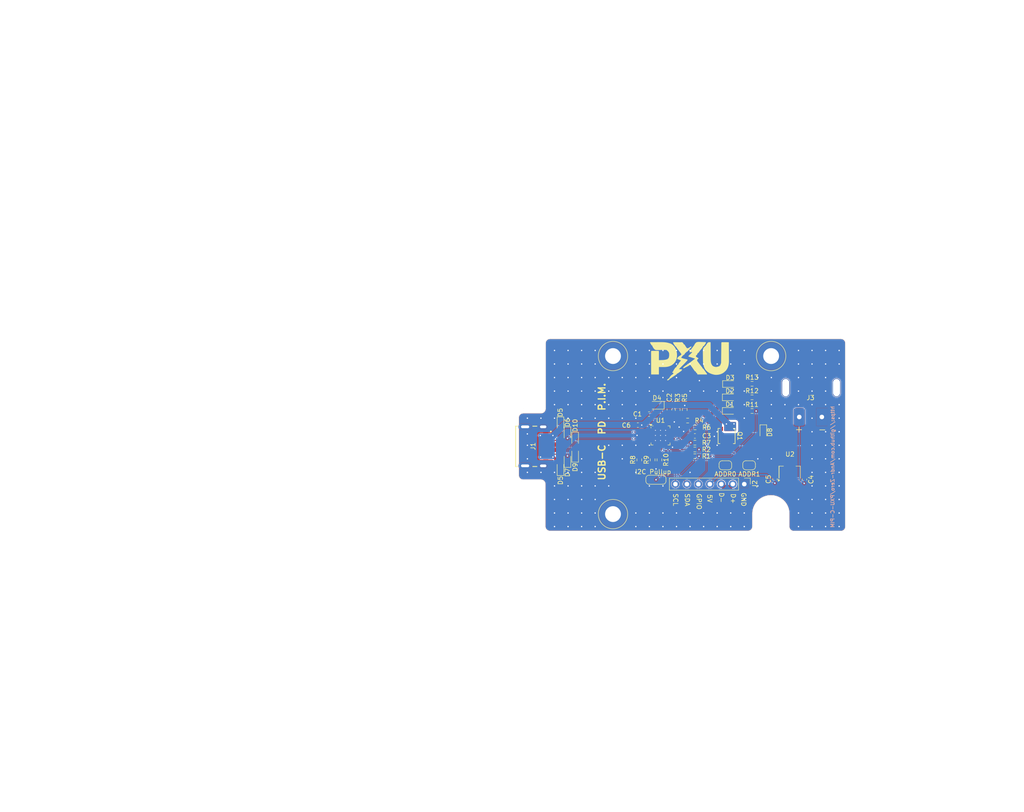
<source format=kicad_pcb>
(kicad_pcb (version 20241229) (generator "pcbnew") (generator_version "9.0")
  (layers (0 "F.Cu" signal) (2 "B.Cu" signal) (13 "F.Paste" user) (15 "B.Paste" user) (5 "F.SilkS" user "F.Silkscreen") (7 "B.SilkS" user "B.Silkscreen") (1 "F.Mask" user) (3 "B.Mask" user) (25 "Edge.Cuts" user))
  (net 0 "")
  (net 1 "GND")
  (net 2 "Net-(U1-VREG_1V2)")
  (net 3 "Net-(C3-Pad2)")
  (net 4 "VSNK")
  (net 5 "VIN")
  (net 6 "/CC1")
  (net 7 "/CC2")
  (net 8 "/D+")
  (net 9 "/D-")
  (net 10 "/SCL")
  (net 11 "/SDA")
  (net 12 "/GPIO")
  (net 13 "Net-(Q1-G)")
  (net 14 "Net-(U1-VBUS_EN_SNK)")
  (net 15 "VDD")
  (net 16 "/ADDR0")
  (net 17 "/ADDR1")
  (net 18 "Net-(U1-VBUS_VS_DISCH)")
  (net 19 "Net-(U1-DISCH)")
  (net 20 "Net-(U1-RESET)")
  (net 21 "Net-(JP1-Pad3)")
  (net 22 "Net-(JP1-Pad1)")
  (net 23 "Net-(D1-A)")
  (net 27 "/POWER_PDO2")
  (net 30 "/POWER_PDO3")
  (net 31 "Net-(D4-A)")
  (net 32 "Net-(D2-A)")
  (net 33 "Net-(D3-A)")
  (net 34 "5vReg")
  (footprint "Resistor_SMD:R_0603_1608Metric_Pad0.98x0.95mm_HandSolder" (layer "F.Cu") (at 153.8 100.75)
    (property "Reference" "R1")
    (property "Value" "100k")
  )
  (footprint "Capacitor_SMD:C_0603_1608Metric_Pad1.08x0.95mm_HandSolder" (layer "F.Cu") (at 171.5 105.85 90)
    (property "Reference" "C5")
    (property "Value" "1uF")
  )
  (footprint "Diode_SMD:D_SOD-323" (layer "F.Cu") (at 145.38945 89.458005 180)
    (property "Reference" "D4")
    (property "Value" "BAT60A")
  )
  (footprint "Capacitor_SMD:C_0603_1608Metric_Pad1.08x0.95mm_HandSolder" (layer "F.Cu") (at 141.17204 93.850002 180)
    (property "Reference" "C6")
    (property "Value" "1.0uF")
  )
  (footprint "LED_SMD:LED_0603_1608Metric_Pad1.05x0.95mm_HandSolder" (layer "F.Cu") (at 161.55 90.7)
    (property "Reference" "D1")
    (property "Value" "BLUE")
  )
  (footprint "Jumper:SolderJumper-2_P1.3mm_Bridged_RoundedPad1.0x1.5mm" (layer "F.Cu") (at 165.8 102.75 180)
    (property "Reference" "ADDR1")
    (property "Value" "JUMPER-SMT_2_NC_TRACE_NO-SILK")
  )
  (footprint "LED_SMD:LED_0603_1608Metric_Pad1.05x0.95mm_HandSolder" (layer "F.Cu") (at 161.55 87.7)
    (property "Reference" "D2")
    (property "Value" "YELLOW")
  )
  (footprint "LED_SMD:LED_0603_1608Metric_Pad1.05x0.95mm_HandSolder" (layer "F.Cu") (at 161.6 84.75)
    (property "Reference" "D3")
    (property "Value" "GREEN")
  )
  (footprint "Resistor_SMD:R_0603_1608Metric_Pad0.98x0.95mm_HandSolder" (layer "F.Cu") (at 145.95 101.55 -90)
    (property "Reference" "R10")
    (property "Value" "2.2k")
  )
  (footprint "Capacitor_SMD:C_0603_1608Metric_Pad1.08x0.95mm_HandSolder" (layer "F.Cu") (at 153.8 96.25 180)
    (property "Reference" "C3")
    (property "Value" "0.1uF")
  )
  (footprint "footprints:POWERFLAT_3P3X3P3_STM" (layer "F.Cu") (at 160.822999 96.266002 -90)
    (property "Reference" "Q1")
    (property "Value" "9A/30V/15mΩ")
  )
  (footprint "Resistor_SMD:R_0603_1608Metric_Pad0.98x0.95mm_HandSolder" (layer "F.Cu") (at 166.45 84.7)
    (property "Reference" "R13")
    (property "Value" "1k")
  )
  (footprint "Resistor_SMD:R_0603_1608Metric_Pad0.98x0.95mm_HandSolder" (layer "F.Cu") (at 144.45 101.55 -90)
    (property "Reference" "R9")
    (property "Value" "2.2k")
  )
  (footprint "TestPoint:TestPoint_THTPad_D4.0mm_Drill2.0mm" (layer "F.Cu") (at 135.6749 113.5587)
    (property "Reference" "REF**" (hide yes))
    (property "Value" "TestPoint_THTPad_D4.0mm_Drill2.0mm")
  )
  (footprint "Resistor_SMD:R_0603_1608Metric_Pad0.98x0.95mm_HandSolder" (layer "F.Cu") (at 166.45 87.7)
    (property "Reference" "R12")
    (property "Value" "1k")
  )
  (footprint "Capacitor_SMD:C_0603_1608Metric_Pad1.08x0.95mm_HandSolder" (layer "F.Cu") (at 148.15 90.4 90)
    (property "Reference" "C2")
    (property "Value" "1.0uF")
  )
  (footprint "Capacitor_SMD:C_0603_1608Metric_Pad1.08x0.95mm_HandSolder" (layer "F.Cu") (at 143.65 91.408005 180)
    (property "Reference" "C1")
    (property "Value" "1.0uF")
  )
  (footprint "Diode_SMD:D_0603_1608Metric_Pad1.05x0.95mm_HandSolder" (layer "F.Cu") (at 124.05 93.7 -90)
    (property "Reference" "D5")
    (property "Value" "24V")
  )
  (footprint "TestPoint:TestPoint_THTPad_D4.0mm_Drill2.0mm" (layer "F.Cu") (at 135.6749 78.5587)
    (property "Reference" "REF**" (hide yes))
    (property "Value" "TestPoint_THTPad_D4.0mm_Drill2.0mm")
  )
  (footprint "Diode_SMD:D_0603_1608Metric_Pad1.05x0.95mm_HandSolder" (layer "F.Cu") (at 124.05 103.35 90)
    (property "Reference" "D5")
    (property "Value" "24V")
  )
  (footprint "Resistor_SMD:R_0603_1608Metric_Pad0.98x0.95mm_HandSolder" (layer "F.Cu") (at 152.2 92.85)
    (property "Reference" "R4")
    (property "Value" "22k")
  )
  (footprint "footprints:GCT_USB4215-03-A_REVA" (layer "F.Cu") (at 116.225 98.550001 -90)
    (property "Reference" "J1")
    (property "Value" "USB4215-03-A_REVA")
    (fp_line (start -4.019999 0.600002) (end -4.019999 -0.599999) (stroke (width 0.01)) (layer "Edge.Cuts"))
    (fp_line (start 4.619998 0.599999) (end 4.620001 -0.600002) (stroke (width 0.01)) (layer "Edge.Cuts"))
    (fp_line (start -4.619998 -0.599999) (end -4.620001 0.600002) (stroke (width 0.01)) (layer "Edge.Cuts"))
    (fp_line (start 4.019999 -0.600002) (end 4.019999 0.599999) (stroke (width 0.01)) (layer "Edge.Cuts"))
    (fp_arc (start -4.320001 0.9) (mid -4.532132 0.812132) (end -4.620001 0.600002) (stroke (width 0.01)) (layer "Edge.Cuts"))
    (fp_arc (start 4.319998 0.899999) (mid 4.107868 0.81213) (end 4.019999 0.599999) (stroke (width 0.01)) (layer "Edge.Cuts"))
    (fp_arc (start -4.019999 0.600002) (mid -4.107868 0.812134) (end -4.320001 0.9) (stroke (width 0.01)) (layer "Edge.Cuts"))
    (fp_arc (start 4.619998 0.599999) (mid 4.53213 0.812131) (end 4.319998 0.899999) (stroke (width 0.01)) (layer "Edge.Cuts"))
    (fp_arc (start -4.619998 -0.599999) (mid -4.53213 -0.812131) (end -4.319998 -0.899999) (stroke (width 0.01)) (layer "Edge.Cuts"))
    (fp_arc (start 4.019999 -0.600002) (mid 4.107868 -0.812134) (end 4.320001 -0.9) (stroke (width 0.01)) (layer "Edge.Cuts"))
    (fp_arc (start -4.319998 -0.899999) (mid -4.107868 -0.81213) (end -4.019999 -0.599999) (stroke (width 0.01)) (layer "Edge.Cuts"))
    (fp_arc (start 4.320001 -0.9) (mid 4.532132 -0.812132) (end 4.620001 -0.600002) (stroke (width 0.01)) (layer "Edge.Cuts"))
  )
  (footprint "Resistor_SMD:R_0603_1608Metric_Pad0.98x0.95mm_HandSolder" (layer "F.Cu") (at 141.5 101.55 90)
    (property "Reference" "R8")
    (property "Value" "100k")
  )
  (footprint "Resistor_SMD:R_0603_1608Metric_Pad0.98x0.95mm_HandSolder" (layer "F.Cu") (at 153.8 97.75 180)
    (property "Reference" "R7")
    (property "Value" "1k")
  )
  (footprint "Resistor_SMD:R_0603_1608Metric_Pad0.98x0.95mm_HandSolder" (layer "F.Cu") (at 153.85 94.35 180)
    (property "Reference" "R6")
    (property "Value" "100r")
  )
  (footprint "Diode_SMD:D_0603_1608Metric_Pad1.05x0.95mm_HandSolder" (layer "F.Cu") (at 127.299999 97.094099 -90)
    (property "Reference" "D10")
    (property "Value" "24V")
  )
  (footprint "Package_DFN_QFN:QFN-24-1EP_4x4mm_P0.5mm_EP2.75x2.75mm_ThermalVias" (layer "F.Cu") (at 146.194662 96.1417)
    (property "Reference" "U1")
    (property "Value" "STUSB4500")
  )
  (footprint "Jumper:SolderJumper-3_P1.3mm_Open_RoundedPad1.0x1.5mm" (layer "F.Cu") (at 145.2 105.95 180)
    (property "Reference" "I2C Pullup")
    (property "Value" "JUMPER-SMT_3_2-NC_TRACE_NO-SILK")
  )
  (footprint "Package_TO_SOT_SMD:SOT-89-3_Handsoldering" (layer "F.Cu") (at 174.787502 104.299999 90)
    (property "Reference" "U2")
    (property "Value" "AP7375Q-50Y-13")
  )
  (footprint "Diode_SMD:D_0603_1608Metric_Pad1.05x0.95mm_HandSolder" (layer "F.Cu") (at 168.95 95.45 -90)
    (property "Reference" "D8")
    (property "Value" "24V")
  )
  (footprint "TestPoint:TestPoint_THTPad_D4.0mm_Drill2.0mm" (layer "F.Cu") (at 170.6749 78.5587)
    (property "Reference" "REF**" (hide yes))
    (property "Value" "TestPoint_THTPad_D4.0mm_Drill2.0mm")
  )
  (footprint "Connector_PinHeader_2.54mm:PinHeader_1x07_P2.54mm_Vertical" (layer "F.Cu") (at 164.7313 106.9193 -90)
    (property "Reference" "J2")
    (property "Value" "CONN_07NO_SILK")
  )
  (footprint "Diode_SMD:D_0603_1608Metric_Pad1.05x0.95mm_HandSolder" (layer "F.Cu") (at 127.299999 100.394099 90)
    (property "Reference" "D9")
    (property "Value" "24V")
  )
  (footprint "Resistor_SMD:R_0603_1608Metric_Pad0.98x0.95mm_HandSolder" (layer "F.Cu") (at 151.55 90.4 90)
    (property "Reference" "R5")
    (property "Value" "100k")
  )
  (footprint "Resistor_SMD:R_0603_1608Metric_Pad0.98x0.95mm_HandSolder" (layer "F.Cu") (at 166.45 90.732698)
    (property "Reference" "R11")
    (property "Value" "1k")
  )
  (footprint "Diode_SMD:D_0603_1608Metric_Pad1.05x0.95mm_HandSolder" (layer "F.Cu") (at 125.6 95.9 -90)
    (property "Reference" "D6")
    (property "Value" "24V")
  )
  (footprint "Capacitor_SMD:C_0603_1608Metric_Pad1.08x0.95mm_HandSolder" (layer "F.Cu") (at 178.05 105.9 90)
    (property "Reference" "C4")
    (property "Value" "1uF")
  )
  (footprint "Resistor_SMD:R_0603_1608Metric_Pad0.98x0.95mm_HandSolder" (layer "F.Cu") (at 150 90.4 90)
    (property "Reference" "R3")
    (property "Value" "1k")
  )
  (footprint "Diode_SMD:D_0603_1608Metric_Pad1.05x0.95mm_HandSolder" (layer "F.Cu") (at 125.6 101.55 90)
    (property "Reference" "D7")
    (property "Value" "24V")
  )
  (footprint "Resistor_SMD:R_0603_1608Metric_Pad0.98x0.95mm_HandSolder" (layer "F.Cu") (at 153.8 99.25)
    (property "Reference" "R2")
    (property "Value" "100k")
  )
  (footprint "Jumper:SolderJumper-2_P1.3mm_Bridged_RoundedPad1.0x1.5mm" (layer "F.Cu") (at 160.549997 102.749997 180)
    (property "Reference" "ADDR0")
    (property "Value" "JUMPER-SMT_2_NC_TRACE_NO-SILK")
  )
  (footprint "Connector_AMASS:AMASS_XT30PW-M_1x02_P2.50mm_Horizontal" (layer "B.Cu") (at 176.9 93.050001 180)
    (property "Reference" "J3")
    (property "Value" "Conn_01x02_Pin")
  )
  (gr_line (start 159.727523 98.226723) (end 159.727523 97.276723) (stroke (width 0.2)) (layer "F.Cu") (net 4))
  (gr_line (start 161.595888 98.022227) (end 159.945888 98.022227) (stroke (width 0.6)) (layer "F.Cu") (net 4))
  (gr_poly (pts (xy 151.063115 75.625338) (xy 151.195407 75.625338) (xy 151.327699 75.956067) (xy 151.459991 75.956067) (xy 151.507959 76.024186) (xy 151.555182 76.092603) (xy 151.647676 76.230399) (xy 151.738053 76.369587) (xy 151.826893 76.510297) (xy 151.85502 76.55453) (xy 151.877915 76.589877) (xy 151.898254 76.619921) (xy 151.908302 76.634074) (xy 151.918715 76.648244) (xy 151.941973 76.678428) (xy 151.970706 76.714054) (xy 152.007591 76.758705) (xy 152.055303 76.815963) (xy 152.148422 76.814899) (xy 152.188386 76.813326) (xy 152.224723 76.81084) (xy 152.258013 76.80728) (xy 152.288835 76.802482) (xy 152.317767 76.796283) (xy 152.345387 76.788521) (xy 152.372276 76.779033) (xy 152.399011 76.767656) (xy 152.426171 76.754226) (xy 152.454334 76.738582) (xy 152.484081 76.72056) (xy 152.515989 76.699998) (xy 152.588603 76.650599) (xy 152.668026 76.596016) (xy 152.701005 76.573932) (xy 152.730391 76.554997) (xy 152.756857 76.53897) (xy 152.781075 76.525607) (xy 152.803716 76.514666) (xy 152.825454 76.505905) (xy 152.846961 76.499082) (xy 152.868908 76.493955) (xy 152.891969 76.490281) (xy 152.916814 76.487818) (xy 152.944117 76.486324) (xy 152.974549 76.485557) (xy 153.04749 76.485234) (xy 153.04749 76.617525) (xy 152.915198 76.617525) (xy 152.915198 76.749817) (xy 152.782907 76.749817) (xy 152.782907 76.882109) (xy 152.650615 76.882109) (xy 152.598939 76.998898) (xy 152.582493 77.02826) (xy 152.565802 77.056521) (xy 152.548831 77.083784) (xy 152.531546 77.110153) (xy 152.51391 77.135734) (xy 152.495889 77.160628) (xy 152.477448 77.184941) (xy 152.458553 77.208776) (xy 152.439167 77.232238) (xy 152.419257 77.25543) (xy 152.377722 77.30142) (xy 152.333667 77.347579) (xy 152.286813 77.394739) (xy 152.164857 77.517729) (xy 152.128437 77.548091) (xy 152.113193 77.560375) (xy 152.099454 77.570907) (xy 152.086865 77.579823) (xy 152.075073 77.587256) (xy 152.069365 77.590459) (xy 152.063723 77.593342) (xy 152.058103 77.595921) (xy 152.05246 77.598215) (xy 152.046751 77.600239) (xy 152.040932 77.60201) (xy 152.034957 77.603546) (xy 152.028782 77.604862) (xy 152.022364 77.605977) (xy 152.015658 77.606906) (xy 152.001204 77.608276) (xy 151.985067 77.609106) (xy 151.966891 77.609533) (xy 151.923011 77.609713) (xy 151.923011 77.742005) (xy 151.790719 77.742005) (xy 151.790719 77.874296) (xy 151.658427 77.874296) (xy 151.604684 77.994186) (xy 151.590022 78.020714) (xy 151.575412 78.046139) (xy 151.560767 78.070551) (xy 151.546001 78.094041) (xy 151.531027 78.116702) (xy 151.515757 78.138624) (xy 151.500106 78.159898) (xy 151.483985 78.180617) (xy 151.467308 78.200871) (xy 151.449988 78.220752) (xy 151.431938 78.240351) (xy 151.413071 78.25976) (xy 151.393301 78.27907) (xy 151.37254 78.298372) (xy 151.350702 78.317757) (xy 151.327699 78.337318) (xy 151.195407 78.337318) (xy 151.195407 78.469608) (xy 151.063115 78.469608) (xy 151.063115 78.6019) (xy 150.930823 78.6019) (xy 150.930823 78.734192) (xy 150.871912 78.797754) (xy 150.850596 78.820233) (xy 150.831605 78.839612) (xy 150.812614 78.858215) (xy 150.791297 78.878369) (xy 150.732386 78.932629) (xy 150.88464 78.984534) (xy 151.036863 79.033711) (xy 151.189282 79.080315) (xy 151.342125 79.124501) (xy 151.495619 79.166422) (xy 151.649992 79.206235) (xy 151.805472 79.244094) (xy 151.962285 79.280153) (xy 152.121448 79.329504) (xy 152.187594 79.461796) (xy 152.042881 79.630695) (xy 151.895246 79.796516) (xy 151.745047 79.959702) (xy 151.592638 80.120697) (xy 151.438376 80.279945) (xy 151.282618 80.437889) (xy 150.968031 80.751641) (xy 150.764038 80.954729) (xy 150.269365 81.446171) (xy 150.996969 81.512318) (xy 150.947419 81.610927) (xy 150.907814 81.686704) (xy 150.890484 81.717624) (xy 150.874132 81.744748) (xy 150.858256 81.768713) (xy 150.842353 81.790157) (xy 150.82592 81.809718) (xy 150.808455 81.828031) (xy 150.789455 81.845736) (xy 150.768417 81.863469) (xy 150.744839 81.881868) (xy 150.718219 81.90157) (xy 150.653838 81.947432) (xy 150.530332 82.035282) (xy 150.401657 82.124167) (xy 150.272983 82.21615) (xy 150.168345 82.289496) (xy 150.087875 82.344614) (xy 150.054994 82.366152) (xy 150.026104 82.384108) (xy 150.000522 82.39881) (xy 149.977564 82.410582) (xy 149.956547 82.419751) (xy 149.936787 82.42664) (xy 149.9176 82.431577) (xy 149.898303 82.434886) (xy 149.878213 82.436894) (xy 149.856645 82.437924) (xy 149.806344 82.438358) (xy 149.806344 82.57065) (xy 149.762978 82.602653) (xy 149.719241 82.634153) (xy 149.675164 82.665185) (xy 149.63078 82.695786) (xy 149.541218 82.755829) (xy 149.45081 82.814564) (xy 149.204852 82.976307) (xy 148.961465 83.141021) (xy 148.720259 83.308905) (xy 148.480845 83.480156) (xy 148.437772 83.507448) (xy 148.419837 83.518489) (xy 148.40379 83.527956) (xy 148.389248 83.53597) (xy 148.375827 83.542652) (xy 148.363143 83.548122) (xy 148.350813 83.552503) (xy 148.338453 83.555914) (xy 148.325679 83.558478) (xy 148.312106 83.560315) (xy 148.297352 83.561546) (xy 148.281033 83.562293) (xy 148.262764 83.562676) (xy 148.218844 83.562838) (xy 148.218844 83.69513) (xy 148.157026 83.743124) (xy 148.107998 83.780654) (xy 148.06711 83.81082) (xy 148.048264 83.82411) (xy 148.029709 83.836723) (xy 148.010863 83.849044) (xy 147.991145 83.861463) (xy 147.946768 83.888141) (xy 147.891927 83.919857) (xy 147.82197 83.959713) (xy 147.623532 83.893566) (xy 147.677792 83.815018) (xy 147.697946 83.786596) (xy 147.71655 83.761275) (xy 147.735928 83.735953) (xy 147.758408 83.707531) (xy 147.82197 83.628983) (xy 147.954261 83.628983) (xy 147.954261 83.496693) (xy 148.086553 83.496693) (xy 148.138229 83.38197) (xy 148.154915 83.351668) (xy 148.171928 83.322152) (xy 148.189278 83.293351) (xy 148.206977 83.265191) (xy 148.225035 83.237601) (xy 148.243463 83.210508) (xy 148.281467 83.157524) (xy 148.321075 83.105659) (xy 148.36237 83.054334) (xy 148.405435 83.00297) (xy 148.450355 82.950989) (xy 148.572311 82.809395) (xy 148.608731 82.774257) (xy 148.623975 82.760041) (xy 148.637715 82.747852) (xy 148.650303 82.737534) (xy 148.656277 82.733028) (xy 148.662095 82.728932) (xy 148.667804 82.725225) (xy 148.673445 82.721888) (xy 148.679065 82.718903) (xy 148.684708 82.716249) (xy 148.690417 82.713906) (xy 148.696237 82.711856) (xy 148.702212 82.710079) (xy 148.708386 82.708556) (xy 148.714804 82.707266) (xy 148.72151 82.706191) (xy 148.735964 82.704605) (xy 148.752101 82.703644) (xy 148.770276 82.70315) (xy 148.814157 82.702942) (xy 148.814157 82.57065) (xy 148.946448 82.57065) (xy 149.07874 82.306067) (xy 148.814157 82.239922) (xy 148.814157 82.041483) (xy 148.946448 82.041483) (xy 148.998125 81.898081) (xy 149.031005 81.825154) (xy 149.06555 81.754993) (xy 149.101804 81.687012) (xy 149.139811 81.620627) (xy 149.179614 81.555253) (xy 149.22126 81.490306) (xy 149.26479 81.425201) (xy 149.31025 81.359354) (xy 149.432207 81.182364) (xy 149.541761 81.049296) (xy 149.674053 81.049296) (xy 149.731931 80.896334) (xy 149.756751 80.837269) (xy 149.777018 80.790462) (xy 149.786201 80.770277) (xy 149.795153 80.751503) (xy 149.804178 80.733589) (xy 149.813579 80.715983) (xy 149.823658 80.698136) (xy 149.834718 80.679495) (xy 149.860992 80.637629) (xy 149.894824 80.585977) (xy 149.938636 80.52013) (xy 150.070928 80.52013) (xy 150.12002 80.376728) (xy 150.148269 80.316486) (xy 150.178618 80.257895) (xy 150.210904 80.200809) (xy 150.244961 80.145078) (xy 150.280628 80.090553) (xy 150.31774 80.037087) (xy 150.356135 79.98453) (xy 150.395647 79.932735) (xy 150.477374 79.830832) (xy 150.561611 79.730192) (xy 150.732386 79.527943) (xy 149.87249 79.197212) (xy 149.885523 79.146589) (xy 149.898165 79.100975) (xy 149.91071 79.059827) (xy 149.923453 79.022604) (xy 149.936689 78.988762) (xy 149.950712 78.95776) (xy 149.965817 78.929055) (xy 149.982299 78.902105) (xy 150.000452 78.876367) (xy 150.020572 78.851299) (xy 150.042953 78.826358) (xy 150.067889 78.801002) (xy 150.095676 78.774689) (xy 150.126607 78.746877) (xy 150.199085 78.684583) (xy 150.341454 78.561593) (xy 150.383417 78.531231) (xy 150.400904 78.518947) (xy 150.416566 78.508415) (xy 150.430783 78.499499) (xy 150.443932 78.492066) (xy 150.456394 78.48598) (xy 150.462485 78.4834) (xy 150.468546 78.481107) (xy 150.474624 78.479083) (xy 150.480768 78.477311) (xy 150.493438 78.474459) (xy 150.506936 78.472416) (xy 150.521639 78.471046) (xy 150.537928 78.470215) (xy 150.556181 78.469788) (xy 150.600095 78.469608) (xy 150.600095 78.337318) (xy 150.732386 78.337318) (xy 150.732386 78.205026) (xy 150.864677 78.205026) (xy 150.689854 77.961993) (xy 150.513747 77.72003) (xy 150.33521 77.479882) (xy 150.153093 77.242294) (xy 150.061723 77.125166) (xy 149.972307 77.011457) (xy 149.88247 76.89808) (xy 149.813676 76.809959) (xy 149.761979 76.741947) (xy 149.741779 76.71397) (xy 149.724936 76.689206) (xy 149.711147 76.66705) (xy 149.700105 76.646898) (xy 149.691506 76.628144) (xy 149.685044 76.610185) (xy 149.680414 76.592414) (xy 149.67731 76.574229) (xy 149.675427 76.555022) (xy 149.67446 76.534191) (xy 149.674053 76.485234) (xy 149.541761 76.485234) (xy 149.47652 76.40554) (xy 149.452522 76.375321) (xy 149.430657 76.346677) (xy 149.40821 76.315974) (xy 149.382468 76.279578) (xy 149.31025 76.175176) (xy 149.188294 76.000768) (xy 149.151875 75.941701) (xy 149.122891 75.893277) (xy 149.110303 75.871196) (xy 149.09851 75.849546) (xy 149.08716 75.827581) (xy 149.075898 75.804558) (xy 149.064369 75.779734) (xy 149.05222 75.752365) (xy 149.024641 75.687015) (xy 148.990329 75.602559) (xy 148.946448 75.493047) (xy 151.063115 75.493047)) (stroke (width -0.000001)) (fill yes) (layer "F.SilkS"))
  (gr_poly (pts (xy 156.222489 75.691484) (xy 156.090198 75.625338) (xy 155.978541 75.618361) (xy 155.866805 75.612675) (xy 155.755016 75.608088) (xy 155.643197 75.604409) (xy 155.510293 75.600244) (xy 155.089742 75.588131) (xy 154.804748 75.579476) (xy 154.105823 75.559193) (xy 154.105823 75.493047) (xy 156.222489 75.493047)) (stroke (width -0.000001)) (fill yes) (layer "F.SilkS"))
  (gr_poly (pts (xy 146.517064 75.473417) (xy 146.78139 75.480678) (xy 147.043544 75.496004) (xy 147.174058 75.507527) (xy 147.304332 75.52207) (xy 147.434465 75.539968) (xy 147.564559 75.561554) (xy 147.694714 75.587165) (xy 147.82503 75.617133) (xy 147.95561 75.651795) (xy 148.086553 75.691484) (xy 148.238724 75.732018) (xy 148.33604 75.762236) (xy 148.431277 75.799226) (xy 148.524302 75.842551) (xy 148.61498 75.891772) (xy 148.703179 75.946451) (xy 148.788765 76.006151) (xy 148.871603 76.070432) (xy 148.951561 76.138858) (xy 149.028504 76.21099) (xy 149.1023 76.28639) (xy 149.172814 76.36462) (xy 149.239912 76.445242) (xy 149.303462 76.527818) (xy 149.363329 76.61191) (xy 149.41938 76.697081) (xy 149.471481 76.782891) (xy 149.541237 76.924674) (xy 149.603463 77.068023) (xy 149.658284 77.212835) (xy 149.705822 77.359006) (xy 149.7462 77.506436) (xy 149.77954 77.655022) (xy 149.805965 77.804662) (xy 149.825598 77.955253) (xy 149.838561 78.106694) (xy 149.844977 78.258881) (xy 149.844969 78.411713) (xy 149.83866 78.565088) (xy 149.826171 78.718903) (xy 149.807626 78.873057) (xy 149.783148 79.027446) (xy 149.752859 79.181969) (xy 149.707251 79.306869) (xy 149.657489 79.427479) (xy 149.603491 79.543834) (xy 149.545177 79.655971) (xy 149.482467 79.763925) (xy 149.415278 79.86773) (xy 149.34353 79.967424) (xy 149.267142 80.063041) (xy 149.186034 80.154617) (xy 149.100124 80.242188) (xy 149.009331 80.325789) (xy 148.913575 80.405456) (xy 148.812774 80.481224) (xy 148.706847 80.55313) (xy 148.595714 80.621207) (xy 148.479294 80.685494) (xy 148.365528 80.736553) (xy 148.253186 80.781818) (xy 148.141972 80.821618) (xy 148.031591 80.856282) (xy 147.921748 80.886138) (xy 147.812146 80.911517) (xy 147.70249 80.932747) (xy 147.592485 80.950157) (xy 147.481836 80.964077) (xy 147.370246 80.974835) (xy 147.257421 80.98276) (xy 147.143064 80.988182) (xy 146.908576 80.992833) (xy 146.664417 80.991419) (xy 146.423089 80.989611) (xy 145.837595 80.983151) (xy 145.837595 82.636797) (xy 144.117803 82.636797) (xy 144.114376 80.622126) (xy 144.112813 79.686733) (xy 144.111527 78.784799) (xy 144.11081 78.43991) (xy 144.110294 77.958545) (xy 144.109573 77.813072) (xy 144.109944 77.704628) (xy 144.111121 77.622234) (xy 144.112285 77.589335) (xy 144.113978 77.561184) (xy 144.116308 77.537191) (xy 144.119385 77.516768) (xy 144.123317 77.499326) (xy 144.128214 77.484277) (xy 144.134184 77.471033) (xy 144.141336 77.459004) (xy 144.14978 77.447603) (xy 144.159624 77.43624) (xy 144.183949 77.411276) (xy 144.271731 77.407146) (xy 144.359579 77.404466) (xy 144.447462 77.402995) (xy 144.535349 77.402491) (xy 144.750839 77.402232) (xy 144.977699 77.403008) (xy 145.204558 77.402232) (xy 145.420049 77.402491) (xy 145.619262 77.402717) (xy 145.669625 77.405671) (xy 145.690255 77.407121) (xy 145.708279 77.408699) (xy 145.724014 77.410513) (xy 145.737782 77.412675) (xy 145.749902 77.415292) (xy 145.760694 77.418474) (xy 145.770477 77.422332) (xy 145.779572 77.426974) (xy 145.788299 77.432509) (xy 145.796976 77.439048) (xy 145.805925 77.446699) (xy 145.815464 77.455572) (xy 145.837595 77.477422) (xy 145.841141 77.587513) (xy 145.843234 77.69765) (xy 145.844121 77.807808) (xy 145.844054 77.917963) (xy 145.843771 78.05115) (xy 145.841729 78.473743) (xy 145.840824 78.759643) (xy 145.837595 79.461796) (xy 146.166284 79.452347) (xy 146.494919 79.441126) (xy 146.680567 79.436604) (xy 146.832044 79.428034) (xy 146.978692 79.414018) (xy 147.050567 79.404864) (xy 147.121668 79.394226) (xy 147.192141 79.382063) (xy 147.26213 79.368334) (xy 147.331779 79.352997) (xy 147.401233 79.336013) (xy 147.470638 79.31734) (xy 147.540137 79.296937) (xy 147.609875 79.274764) (xy 147.679997 79.250779) (xy 147.750647 79.224942) (xy 147.82197 79.197212) (xy 147.82197 79.064921) (xy 147.954261 79.064921) (xy 147.984347 78.992856) (xy 148.010776 78.920513) (xy 148.033708 78.847884) (xy 148.053303 78.774961) (xy 148.069722 78.701738) (xy 148.083126 78.628206) (xy 148.093674 78.554359) (xy 148.101526 78.480188) (xy 148.106844 78.405687) (xy 148.109786 78.330848) (xy 148.110515 78.255663) (xy 148.109189 78.180125) (xy 148.10597 78.104227) (xy 148.101017 78.027961) (xy 148.086553 77.874296) (xy 148.059395 77.82008) (xy 148.031329 77.768231) (xy 148.00226 77.71861) (xy 147.972097 77.671079) (xy 147.940748 77.625496) (xy 147.908121 77.581723) (xy 147.874123 77.539621) (xy 147.838662 77.499049) (xy 147.801645 77.459868) (xy 147.762982 77.42194) (xy 147.722579 77.385123) (xy 147.680343 77.349279) (xy 147.636184 77.314268) (xy 147.590009 77.27995) (xy 147.541725 77.246187) (xy 147.491241 77.212838) (xy 147.418857 77.206822) (xy 147.348255 77.202111) (xy 147.278863 77.19869) (xy 147.210109 77.196546) (xy 147.141422 77.195662) (xy 147.072228 77.196026) (xy 147.001956 77.197622) (xy 146.930035 77.200436) (xy 146.597754 77.204828) (xy 146.338002 77.211034) (xy 146.208183 77.215204) (xy 146.078342 77.220299) (xy 145.767011 77.232198) (xy 145.529729 77.238825) (xy 145.43441 77.239603) (xy 145.352269 77.238393) (xy 145.281527 77.234971) (xy 145.220407 77.229114) (xy 145.167129 77.220599) (xy 145.119916 77.209202) (xy 145.076989 77.194699) (xy 145.03657 77.176868) (xy 144.996882 77.155485) (xy 144.956145 77.130327) (xy 144.864414 77.067789) (xy 144.825547 77.028388) (xy 144.788151 76.988305) (xy 144.752161 76.947537) (xy 144.717511 76.906079) (xy 144.684136 76.863924) (xy 144.65197 76.82107) (xy 144.620947 76.77751) (xy 144.591003 76.733241) (xy 144.562071 76.688256) (xy 144.534085 76.642552) (xy 144.506982 76.596123) (xy 144.480693 76.548965) (xy 144.455155 76.501073) (xy 144.430302 76.452442) (xy 144.382386 76.352943) (xy 144.382386 76.220651) (xy 144.250094 76.220651) (xy 144.190764 76.134093) (xy 144.169068 76.101472) (xy 144.149455 76.070789) (xy 144.129503 76.038168) (xy 144.106789 75.999734) (xy 144.043389 75.889921) (xy 143.935385 75.703886) (xy 143.85322 75.559193) (xy 143.863147 75.549676) (xy 143.873114 75.540924) (xy 143.883125 75.532907) (xy 143.893186 75.525593) (xy 143.903302 75.518953) (xy 143.913478 75.512955) (xy 143.923721 75.50757) (xy 143.934035 75.502765) (xy 143.944425 75.498512) (xy 143.954897 75.494779) (xy 143.965457 75.491536) (xy 143.976109 75.488752) (xy 143.997712 75.484439) (xy 144.01975 75.481595) (xy 144.042265 75.479977) (xy 144.065301 75.479338) (xy 144.088899 75.479435) (xy 144.113103 75.480023) (xy 144.163498 75.481692) (xy 144.189775 75.482285) (xy 144.216828 75.482389) (xy 144.409052 75.480462) (xy 144.619064 75.479611) (xy 144.835052 75.478468) (xy 145.290148 75.477156) (xy 145.634413 75.475313) (xy 145.978671 75.472376)) (stroke (width -0.000001)) (fill yes) (layer "F.SilkS"))
  (gr_poly (pts (xy 152.678263 76.8564) (xy 152.647515 76.937403) (xy 152.634079 76.969765) (xy 152.621419 76.997477) (xy 152.609146 77.021119) (xy 152.596872 77.041272) (xy 152.584212 77.058519) (xy 152.570776 77.073441) (xy 152.556177 77.086618) (xy 152.540028 77.098633) (xy 152.521941 77.110067) (xy 152.501529 77.1215) (xy 152.452178 77.146692) (xy 152.430474 77.080805) (xy 152.421947 77.053384) (xy 152.41497 77.02887) (xy 152.409544 77.006681) (xy 152.405669 76.986237) (xy 152.403343 76.966955) (xy 152.402568 76.948255) (xy 152.403343 76.929554) (xy 152.405669 76.910273) (xy 152.409544 76.889828) (xy 152.41497 76.867639) (xy 152.421947 76.843125) (xy 152.430474 76.815705) (xy 152.452178 76.749817) (xy 152.716762 76.749817)) (stroke (width -0.000001)) (fill yes) (layer "F.SilkS"))
  (gr_poly (pts (xy 154.853306 75.43221) (xy 154.963143 75.43776) (xy 155.193095 75.451705) (xy 155.342886 75.456459) (xy 155.49269 75.460749) (xy 155.67524 75.466934) (xy 155.857689 75.474496) (xy 156.040089 75.483259) (xy 156.222489 75.493047) (xy 156.221563 75.538338) (xy 156.218797 75.580177) (xy 156.214215 75.618978) (xy 156.207838 75.655153) (xy 156.199688 75.689114) (xy 156.189786 75.721274) (xy 156.178155 75.752046) (xy 156.164816 75.781843) (xy 156.149791 75.811076) (xy 156.133102 75.84016) (xy 156.114771 75.869506) (xy 156.09482 75.899527) (xy 155.999248 76.034616) (xy 155.873673 76.215224) (xy 155.759469 76.352943) (xy 155.627177 76.352943) (xy 155.581185 76.49376) (xy 155.561413 76.53561) (xy 155.540729 76.576259) (xy 155.519162 76.615807) (xy 155.496745 76.654358) (xy 155.473506 76.692015) (xy 155.449478 76.728878) (xy 155.424689 76.765051) (xy 155.399171 76.800636) (xy 155.346068 76.87045) (xy 155.290414 76.939138) (xy 155.232452 77.00752) (xy 155.172425 77.076412) (xy 155.04321 77.226984) (xy 154.980122 77.302857) (xy 154.918325 77.379549) (xy 154.858028 77.457381) (xy 154.799438 77.536673) (xy 154.742765 77.617747) (xy 154.688216 77.700922) (xy 154.568845 77.874296) (xy 154.436553 77.874296) (xy 154.378675 78.027259) (xy 154.353854 78.086324) (xy 154.333587 78.133131) (xy 154.324405 78.153316) (xy 154.315452 78.17209) (xy 154.306427 78.190004) (xy 154.297026 78.20761) (xy 154.286948 78.225457) (xy 154.275888 78.244098) (xy 154.249613 78.285964) (xy 154.215781 78.337616) (xy 154.171969 78.403464) (xy 154.039678 78.403464) (xy 154.039678 78.668046) (xy 154.08307 78.707541) (xy 154.117718 78.738391) (xy 154.132854 78.751361) (xy 154.147111 78.763115) (xy 154.160927 78.773967) (xy 154.174737 78.784233) (xy 154.188978 78.794226) (xy 154.204085 78.804263) (xy 154.220494 78.814657) (xy 154.238641 78.825725) (xy 154.281895 78.851137) (xy 154.337335 78.883021) (xy 154.504766 78.987406) (xy 154.63499 79.064921) (xy 154.469625 79.217884) (xy 154.40765 79.271617) (xy 154.382663 79.294182) (xy 154.361353 79.314615) (xy 154.352001 79.324204) (xy 154.343478 79.333467) (xy 154.335752 79.342473) (xy 154.328795 79.351289) (xy 154.322575 79.359986) (xy 154.317062 79.368632) (xy 154.312226 79.377296) (xy 154.308037 79.386047) (xy 154.304465 79.394953) (xy 154.301478 79.404085) (xy 154.299048 79.41351) (xy 154.297143 79.423297) (xy 154.295734 79.433515) (xy 154.294789 79.444234) (xy 154.294279 79.455522) (xy 154.294174 79.467448) (xy 154.295056 79.493489) (xy 154.297193 79.522909) (xy 154.304261 79.594088) (xy 154.331394 79.640125) (xy 154.353147 79.676478) (xy 154.371785 79.706462) (xy 154.389574 79.733387) (xy 154.408778 79.760567) (xy 154.431663 79.791314) (xy 154.460492 79.82894) (xy 154.497531 79.876759) (xy 154.620521 80.042122) (xy 154.750745 80.214205) (xy 154.87787 80.384737) (xy 155.004032 80.552623) (xy 155.1313 80.7193) (xy 155.260526 80.884447) (xy 155.326141 80.966348) (xy 155.392566 81.047747) (xy 155.426339 81.092183) (xy 155.440004 81.11067) (xy 155.451719 81.12719) (xy 155.461637 81.142133) (xy 155.469905 81.155888) (xy 155.476675 81.168845) (xy 155.479544 81.175146) (xy 155.482095 81.181394) (xy 155.484347 81.187637) (xy 155.486317 81.193925) (xy 155.488025 81.200305) (xy 155.48949 81.206827) (xy 155.491763 81.220491) (xy 155.493287 81.235307) (xy 155.494211 81.251663) (xy 155.494686 81.269951) (xy 155.494885 81.313879) (xy 155.627177 81.313879) (xy 155.711655 81.424017) (xy 155.793899 81.534746) (xy 155.874431 81.646663) (xy 155.953773 81.760365) (xy 156.129214 82.011511) (xy 156.21238 82.131788) (xy 156.23613 82.165139) (xy 156.260169 82.198283) (xy 156.308992 82.264032) (xy 156.35861 82.329191) (xy 156.408784 82.393917) (xy 156.434625 82.430678) (xy 156.445081 82.44606) (xy 156.454045 82.459918) (xy 156.461633 82.472607) (xy 156.467959 82.484483) (xy 156.473139 82.495901) (xy 156.475335 82.50155) (xy 156.477287 82.507218) (xy 156.479009 82.51295) (xy 156.480517 82.51879) (xy 156.481824 82.524782) (xy 156.482944 82.530971) (xy 156.484684 82.544119) (xy 156.48585 82.558588) (xy 156.486557 82.574735) (xy 156.48692 82.592915) (xy 156.487073 82.636797) (xy 154.370406 82.636797) (xy 154.238114 82.306067) (xy 154.105823 82.306067) (xy 153.973533 81.975338) (xy 153.841241 81.975338) (xy 153.759864 81.869327) (xy 153.680754 81.762718) (xy 153.603339 81.654932) (xy 153.527047 81.545389) (xy 153.348247 81.290367) (xy 153.260785 81.164955) (xy 153.183694 81.055694) (xy 153.105894 80.946979) (xy 153.027411 80.838756) (xy 152.948272 80.730969) (xy 152.859387 80.609789) (xy 152.834399 80.576793) (xy 152.823775 80.563227) (xy 152.813988 80.551311) (xy 152.804734 80.540818) (xy 152.795706 80.531519) (xy 152.786599 80.523185) (xy 152.781921 80.519309) (xy 152.777107 80.515589) (xy 152.772122 80.511996) (xy 152.766925 80.508502) (xy 152.755746 80.501697) (xy 152.743264 80.494944) (xy 152.729174 80.488015) (xy 152.71317 80.480683) (xy 152.694946 80.47272) (xy 152.650615 80.453983) (xy 152.650615 80.586275) (xy 152.426082 80.69738) (xy 152.133851 80.842591) (xy 151.985927 80.915713) (xy 151.843171 80.986767) (xy 151.711961 81.051848) (xy 151.666719 81.075106) (xy 151.630498 81.094124) (xy 151.59957 81.111198) (xy 151.584926 81.119722) (xy 151.570207 81.128622) (xy 151.538681 81.148692) (xy 151.501264 81.173703) (xy 151.454228 81.205952) (xy 151.393845 81.247734) (xy 151.195407 81.181587) (xy 151.239823 81.134315) (xy 151.285018 81.08787) (xy 151.330972 81.042246) (xy 151.377669 80.997433) (xy 151.425088 80.953425) (xy 151.473213 80.910212) (xy 151.522023 80.867788) (xy 151.571502 80.826144) (xy 151.672389 80.745165) (xy 151.775725 80.667212) (xy 151.881364 80.592222) (xy 151.989157 80.52013) (xy 152.121448 80.52013) (xy 152.121448 80.387839) (xy 152.154735 80.36242) (xy 152.181506 80.342234) (xy 152.204619 80.325343) (xy 152.226933 80.309807) (xy 152.251306 80.293691) (xy 152.280596 80.275055) (xy 152.365361 80.222473) (xy 152.497447 80.13562) (xy 152.627511 80.046506) (xy 152.755879 79.955404) (xy 152.882875 79.862587) (xy 153.134053 79.672899) (xy 153.383645 79.479624) (xy 153.497425 79.391678) (xy 153.611677 79.304343) (xy 153.841241 79.131067) (xy 152.386031 78.668046) (xy 152.386031 78.469608) (xy 152.518323 78.469608) (xy 152.518323 78.337318) (xy 152.650615 78.337318) (xy 152.650615 78.205026) (xy 152.782907 78.205026) (xy 152.782907 78.072734) (xy 152.915198 78.072734) (xy 152.915198 77.940442) (xy 153.04749 77.940442) (xy 153.04749 77.80815) (xy 153.179782 77.80815) (xy 153.179782 77.675859) (xy 153.103394 77.677226) (xy 153.028365 77.681136) (xy 152.954296 77.687305) (xy 152.880791 77.695445) (xy 152.807453 77.705271) (xy 152.733885 77.716497) (xy 152.58447 77.742005) (xy 152.616905 77.65692) (xy 152.651052 77.575617) (xy 152.687341 77.497384) (xy 152.706423 77.459195) (xy 152.726202 77.421507) (xy 152.746732 77.384229) (xy 152.768066 77.347274) (xy 152.790258 77.310551) (xy 152.813362 77.273973) (xy 152.862521 77.20089) (xy 152.915973 77.127314) (xy 153.034959 76.967763) (xy 153.159112 76.80356) (xy 153.399665 76.482392) (xy 153.524158 76.32142) (xy 153.565049 76.266598) (xy 153.596883 76.2231) (xy 153.610187 76.204303) (xy 153.622167 76.186783) (xy 153.633136 76.170024) (xy 153.643407 76.153507) (xy 153.653294 76.136714) (xy 153.66311 76.119127) (xy 153.673169 76.10023) (xy 153.683783 76.079504) (xy 153.707932 76.030493) (xy 153.738065 75.967953) (xy 153.770199 75.91136) (xy 153.803195 75.858721) (xy 153.837053 75.809902) (xy 153.871774 75.764767) (xy 153.907357 75.723183) (xy 153.943801 75.685015) (xy 153.981107 75.650129) (xy 154.019274 75.61839) (xy 154.058302 75.589665) (xy 154.09819 75.563819) (xy 154.13894 75.540718) (xy 154.180549 75.520227) (xy 154.223019 75.502211) (xy 154.266349 75.486538) (xy 154.310539 75.473072) (xy 154.355588 75.461679) (xy 154.401496 75.452224) (xy 154.448264 75.444574) (xy 154.544375 75.434149) (xy 154.643921 75.42933) (xy 154.746898 75.429042)) (stroke (width -0.000001)) (fill yes) (layer "F.SilkS"))
  (gr_poly (pts (xy 157.029241 75.479361) (xy 157.074029 75.481341) (xy 157.171155 75.487351) (xy 157.280824 75.493047) (xy 157.281554 75.662755) (xy 157.292987 77.250869) (xy 157.296462 77.659036) (xy 157.298749 78.067211) (xy 157.301164 78.461576) (xy 157.305186 78.855929) (xy 157.306311 79.00592) (xy 157.306745 79.155914) (xy 157.308165 79.382783) (xy 157.315235 79.598595) (xy 157.322451 79.702813) (xy 157.332954 79.804816) (xy 157.347369 79.904789) (xy 157.366321 80.002913) (xy 157.390435 80.099373) (xy 157.420335 80.194352) (xy 157.456647 80.288032) (xy 157.499995 80.380597) (xy 157.551004 80.47223) (xy 157.610298 80.563115) (xy 157.678504 80.653435) (xy 157.756246 80.743372) (xy 157.816502 80.777216) (xy 157.876033 80.808581) (xy 157.935026 80.837392) (xy 157.993666 80.863579) (xy 158.052141 80.887069) (xy 158.110637 80.907789) (xy 158.169341 80.925667) (xy 158.22844 80.94063) (xy 158.28812 80.952606) (xy 158.348569 80.961523) (xy 158.409971 80.967308) (xy 158.472516 80.969888) (xy 158.536388 80.969192) (xy 158.601775 80.965147) (xy 158.668863 80.957679) (xy 158.73784 80.946718) (xy 158.870914 80.909511) (xy 159.002952 80.870305) (xy 159.134274 80.828805) (xy 159.265199 80.784714) (xy 159.265199 80.652422) (xy 159.397491 80.652422) (xy 159.459502 80.462252) (xy 159.501166 80.340683) (xy 159.516112 80.299036) (xy 159.529265 80.264848) (xy 159.542225 80.234149) (xy 159.556589 80.202966) (xy 159.595927 80.123255) (xy 159.600906 80.015089) (xy 159.604507 79.906861) (xy 159.606951 79.798596) (xy 159.608459 79.690319) (xy 159.610122 79.555685) (xy 159.613151 79.266043) (xy 159.61822 78.808333) (xy 159.630725 77.671749) (xy 159.641694 76.711291) (xy 159.646192 76.259156) (xy 159.649541 75.983569) (xy 159.652053 75.739526) (xy 159.655489 75.679873) (xy 159.658879 75.634237) (xy 159.660835 75.615774) (xy 159.663114 75.599731) (xy 159.665828 75.585749) (xy 159.669088 75.573466) (xy 159.673006 75.562521) (xy 159.677693 75.552554) (xy 159.683261 75.543202) (xy 159.689821 75.534105) (xy 159.697486 75.524902) (xy 159.706366 75.515232) (xy 159.728219 75.493047) (xy 159.816596 75.489515) (xy 159.905029 75.487421) (xy 159.993488 75.486524) (xy 160.081944 75.486587) (xy 160.298339 75.487233) (xy 160.526103 75.488913) (xy 160.754642 75.489817) (xy 161.315719 75.493047) (xy 161.325999 77.402681) (xy 161.330689 78.289533) (xy 161.333237 78.717984) (xy 161.334546 79.146443) (xy 161.335356 79.309371) (xy 161.336699 79.472296) (xy 161.333739 79.800375) (xy 161.326796 79.960439) (xy 161.315441 80.117925) (xy 161.299099 80.272887) (xy 161.277193 80.425381) (xy 161.249147 80.57546) (xy 161.214384 80.723179) (xy 161.172329 80.868592) (xy 161.122404 81.011755) (xy 161.064033 81.152721) (xy 160.99664 81.291544) (xy 160.919649 81.428281) (xy 160.832483 81.562984) (xy 160.734566 81.695709) (xy 160.625321 81.82651) (xy 160.455823 81.975338) (xy 160.273923 82.144837) (xy 160.16581 82.227139) (xy 160.052779 82.302903) (xy 159.93528 82.372176) (xy 159.813767 82.435004) (xy 159.68869 82.491432) (xy 159.560501 82.541506) (xy 159.429653 82.585273) (xy 159.296596 82.622779) (xy 159.161783 82.654069) (xy 159.025666 82.679191) (xy 158.888696 82.698189) (xy 158.751324 82.711109) (xy 158.614004 82.717999) (xy 158.477186 82.718904) (xy 158.341322 82.713869) (xy 158.206864 82.702942) (xy 158.047633 82.672848) (xy 157.891039 82.638124) (xy 157.737264 82.59849) (xy 157.586491 82.553662) (xy 157.438903 82.50336) (xy 157.294681 82.447302) (xy 157.15401 82.385207) (xy 157.01707 82.316792) (xy 156.884044 82.241776) (xy 156.755115 82.159877) (xy 156.630466 82.070815) (xy 156.510278 81.974307) (xy 156.394735 81.870071) (xy 156.284019 81.757826) (xy 156.178311 81.637291) (xy 156.077796 81.508183) (xy 155.988921 81.350544) (xy 155.911256 81.192228) (xy 155.844048 81.03314) (xy 155.78654 80.873186) (xy 155.737977 80.712271) (xy 155.697604 80.550302) (xy 155.664665 80.387184) (xy 155.638406 80.222823) (xy 155.618071 80.057124) (xy 155.602904 79.889994) (xy 155.592151 79.721338) (xy 155.585056 79.551061) (xy 155.578818 79.205271) (xy 155.578149 78.851869) (xy 155.576981 78.679746) (xy 155.574604 78.50769) (xy 155.56775 78.163555) (xy 155.564269 77.75845) (xy 155.56557 77.449161) (xy 155.569143 77.324502) (xy 155.575268 77.216664) (xy 155.584396 77.123268) (xy 155.596979 77.041937) (xy 155.61347 76.970293) (xy 155.634319 76.905957) (xy 155.659979 76.846552) (xy 155.690901 76.789701) (xy 155.727539 76.733025) (xy 155.770343 76.674146) (xy 155.876258 76.540269) (xy 155.945228 76.47575) (xy 156.014866 76.411943) (xy 156.085222 76.348931) (xy 156.156344 76.286797) (xy 156.209985 76.216011) (xy 156.228817 76.190404) (xy 156.244875 76.1676) (xy 156.260073 76.144806) (xy 156.276324 76.11923) (xy 156.319642 76.048568) (xy 156.454 75.848581) (xy 156.588359 75.643425) (xy 156.610075 75.623978) (xy 156.631322 75.606053) (xy 156.652146 75.589593) (xy 156.672594 75.574543) (xy 156.692713 75.560843) (xy 156.712548 75.548438) (xy 156.732146 75.53727) (xy 156.751554 75.527282) (xy 156.770818 75.518417) (xy 156.789984 75.510618) (xy 156.809098 75.503827) (xy 156.828208 75.497988) (xy 156.847359 75.493043) (xy 156.866598 75.488935) (xy 156.905525 75.483003) (xy 156.94536 75.479735) (xy 156.986475 75.478673)) (stroke (width -0.000001)) (fill yes) (layer "F.SilkS"))
  (gr_poly (pts (xy 153.04749 76.617525) (xy 152.915198 76.617525) (xy 152.915198 76.749817) (xy 152.782907 76.749817) (xy 152.716762 76.882109) (xy 152.716762 76.749817) (xy 152.58447 76.683671) (xy 152.664051 76.618172) (xy 152.697108 76.591671) (xy 152.72658 76.56895) (xy 152.753145 76.549717) (xy 152.777481 76.533681) (xy 152.800267 76.520552) (xy 152.811291 76.514987) (xy 152.822181 76.510039) (xy 152.833023 76.505673) (xy 152.843901 76.501852) (xy 152.854901 76.498539) (xy 152.866106 76.495699) (xy 152.889474 76.49129) (xy 152.914682 76.488335) (xy 152.94241 76.486542) (xy 152.973335 76.485622) (xy 153.04749 76.485234)) (stroke (width -0.000001)) (fill yes) (layer "F.SilkS"))
  (gr_poly (pts (xy 152.253739 80.52013) (xy 152.121448 80.586275) (xy 152.121448 80.387839) (xy 152.253739 80.321692)) (stroke (width -0.000001)) (fill yes) (layer "F.SilkS"))
  (gr_poly (pts (xy 152.253739 80.52013) (xy 152.386031 80.718567) (xy 151.939548 80.945944) (xy 151.812424 81.011185) (xy 151.736973 81.049074) (xy 151.662145 81.08565) (xy 151.587389 81.120381) (xy 151.512153 81.152735) (xy 151.474184 81.167854) (xy 151.435888 81.182179) (xy 151.397197 81.195644) (xy 151.358042 81.208182) (xy 151.318355 81.219726) (xy 151.278066 81.230211) (xy 151.237106 81.239569) (xy 151.195407 81.247734) (xy 151.21196 81.201565) (xy 151.229408 81.159601) (xy 151.247844 81.121411) (xy 151.267367 81.086564) (xy 151.288071 81.05463) (xy 151.310052 81.025176) (xy 151.333407 80.997773) (xy 151.358231 80.97199) (xy 151.38462 80.947395) (xy 151.41267 80.923558) (xy 151.442477 80.900047) (xy 151.474136 80.876432) (xy 151.621221 80.77231) (xy 151.8194 80.628908) (xy 151.875691 80.593003) (xy 151.898975 80.578476) (xy 151.919608 80.566021) (xy 151.938031 80.555478) (xy 151.954688 80.546687) (xy 151.970022 80.53949) (xy 151.984473 80.533728) (xy 151.998486 80.529239) (xy 152.012502 80.525867) (xy 152.026964 80.52345) (xy 152.042314 80.52183) (xy 152.058995 80.520847) (xy 152.07745 80.520343) (xy 152.121448 80.52013) (xy 152.121448 80.387839) (xy 152.253739 80.321692)) (stroke (width -0.000001)) (fill yes) (layer "F.SilkS"))
  (gr_poly (pts (xy 152.386031 80.652422) (xy 152.30645 80.717922) (xy 152.273393 80.744422) (xy 152.243921 80.767143) (xy 152.217356 80.786377) (xy 152.19302 80.802412) (xy 152.170234 80.815541) (xy 152.15921 80.821107) (xy 152.14832 80.826054) (xy 152.137478 80.830421) (xy 152.1266 80.834242) (xy 152.1156 80.837554) (xy 152.104395 80.840394) (xy 152.081027 80.844803) (xy 152.055819 80.847758) (xy 152.028091 80.849551) (xy 151.997166 80.850471) (xy 151.923011 80.850859) (xy 152.055303 80.586275)) (stroke (width -0.000001)) (fill yes) (layer "F.SilkS"))
  (gr_arc (start 166.5613 113.4837) (mid 170.6213 109.4237) (end 174.6813 113.4837) (stroke (width 0.05)) (layer "Edge.Cuts"))
  (gr_line (start 121.7313 74.7233) (end 186.1353 74.7233) (stroke (width 0.05)) (layer "Edge.Cuts"))
  (gr_line (start 174.6813 113.4837) (end 174.6813 116.3193) (stroke (width 0.05)) (layer "Edge.Cuts"))
  (gr_line (start 166.5613 113.4837) (end 166.5613 116.2937) (stroke (width 0.05)) (layer "Edge.Cuts"))
  (gr_line (start 115.799434 91.192867) (end 119.74294 91.192825) (stroke (width 0.05)) (layer "Edge.Cuts"))
  (gr_arc (start 120.730694 90.183868) (mid 120.445271 90.892419) (end 119.74294 91.192825) (stroke (width 0.05)) (layer "Edge.Cuts"))
  (gr_line (start 120.6935 116.293773) (end 120.692667 106.949794) (stroke (width 0.05)) (layer "Edge.Cuts"))
  (gr_line (start 119.6928 105.95) (end 115.7999 105.95) (stroke (width 0.05)) (layer "Edge.Cuts"))
  (gr_arc (start 175.6813 117.3193) (mid 174.974193 117.026407) (end 174.6813 116.3193) (stroke (width 0.05)) (layer "Edge.Cuts"))
  (gr_arc (start 119.6928 105.95) (mid 120.399787 106.242828) (end 120.692667 106.949794) (stroke (width 0.05)) (layer "Edge.Cuts"))
  (gr_arc (start 121.6935 117.2937) (mid 120.986393 117.000807) (end 120.6935 116.293773) (stroke (width 0.05)) (layer "Edge.Cuts"))
  (gr_arc (start 186.1353 74.7233) (mid 186.842407 75.016193) (end 187.1353 75.7233) (stroke (width 0.05)) (layer "Edge.Cuts"))
  (gr_line (start 120.730647 90.179685) (end 120.7313 75.723255) (stroke (width 0.05)) (layer "Edge.Cuts"))
  (gr_line (start 115.799434 90.159136) (end 115.799434 90.152) (stroke (width 0.05)) (layer "Edge.Cuts"))
  (gr_arc (start 187.1353 116.3193) (mid 186.842407 117.026407) (end 186.1353 117.3193) (stroke (width 0.05)) (layer "Edge.Cuts"))
  (gr_line (start 186.1353 117.3193) (end 175.6813 117.3193) (stroke (width 0.05)) (layer "Edge.Cuts"))
  (gr_arc (start 114.799435 92.200009) (mid 115.092315 91.492888) (end 115.799434 91.200003) (stroke (width 0.05)) (layer "Edge.Cuts"))
  (gr_line (start 114.799968 104.950109) (end 114.799435 92.200009) (stroke (width 0.05)) (layer "Edge.Cuts"))
  (gr_arc (start 120.7313 75.723255) (mid 121.024193 75.016193) (end 121.7313 74.7233) (stroke (width 0.05)) (layer "Edge.Cuts"))
  (gr_arc (start 166.5613 116.2937) (mid 166.268407 117.000807) (end 165.5613 117.2937) (stroke (width 0.05)) (layer "Edge.Cuts"))
  (gr_line (start 165.5613 117.2937) (end 121.6935 117.2937) (stroke (width 0.05)) (layer "Edge.Cuts"))
  (gr_arc (start 115.7999 105.95) (mid 115.092855 105.657141) (end 114.799968 104.950109) (stroke (width 0.05)) (layer "Edge.Cuts"))
  (gr_line (start 187.1353 75.7233) (end 187.1353 116.3193) (stroke (width 0.05)) (layer "Edge.Cuts"))
  (gr_text "SDA" (at 151.5313 108.9193 -90) (layer "F.SilkS") (effects (font (size 1 1)) (justify left bottom)))
  (gr_text "SCL" (at 148.9313 108.9193 -90) (layer "F.SilkS") (effects (font (size 1 1)) (justify left bottom)))
  (gr_text "USB-C  PD  P.I.M." (at 134.1 106.25 90) (layer "F.SilkS") (effects (font (size 1.5 1.5) (thickness 0.3) (bold yes)) (justify left bottom)))
  (gr_text "GND" (at 164 108.7 -90) (layer "F.SilkS") (effects (font (size 1 1)) (justify left bottom)))
  (gr_text "D+" (at 161.7 108.9193 -90) (layer "F.SilkS") (effects (font (size 1 1)) (justify left bottom)))
  (gr_text "GPIO" (at 154.1313 108.9193 -90) (layer "F.SilkS") (effects (font (size 1 1)) (justify left bottom)))
  (gr_text "D-" (at 159.1 108.7 -90) (layer "F.SilkS") (effects (font (size 1 1)) (justify left bottom)))
  (gr_text "5V" (at 156.5 109.1193 270) (layer "F.SilkS") (effects (font (size 1 1)) (justify left bottom)))
  (gr_text "https://github.com/Andr-Zero/PXU-C-PIM" (at 184.75 89.55 90) (layer "B.SilkS") (effects (font (size 0.8 0.8) (thickness 0.15) (bold yes)) (justify left bottom mirror)))
  (segment (start 164.7313 106.9193) (end 164.900602 106.749998) (width 0.4) (layer "F.Cu") (net 1))
  (segment (start 146.444662 98.119164) (end 146.444662 96.394164) (width 0.2) (layer "F.Cu") (net 1))
  (via (at 179.7313 89.3193) (size 0.6) (drill 0.3) (layers "F.Cu" "B.Cu") (net 1))
  (via (at 119.7313 104.3193) (size 0.6) (drill 0.3) (layers "F.Cu" "B.Cu") (net 1))
  (via (at 146.7313 107.3193) (size 0.6) (drill 0.3) (layers "F.Cu" "B.Cu") (net 1))
  (via (at 140.7313 77.3193) (size 0.6) (drill 0.3) (layers "F.Cu" "B.Cu") (net 1))
  (via (at 158.7313 80.3193) (size 0.6) (drill 0.3) (layers "F.Cu" "B.Cu") (net 1))
  (via (at 185.7313 113.3193) (size 0.6) (drill 0.3) (layers "F.Cu" "B.Cu") (net 1))
  (via (at 152.7313 86.3193) (size 0.6) (drill 0.3) (layers "F.Cu" "B.Cu") (net 1))
  (via (at 179.7313 80.3193) (size 0.6) (drill 0.3) (layers "F.Cu" "B.Cu") (net 1))
  (via (at 143.7313 77.3193) (size 0.6) (drill 0.3) (layers "F.Cu" "B.Cu") (net 1))
  (via (at 137.7313 89.3193) (size 0.6) (drill 0.3) (layers "F.Cu" "B.Cu") (net 1))
  (via (at 125.7313 83.3193) (size 0.6) (drill 0.3) (layers "F.Cu" "B.Cu") (net 1))
  (via (at 158.7313 116.3193) (size 0.6) (drill 0.3) (layers "F.Cu" "B.Cu") (net 1))
  (via (at 161.7313 113.3193) (size 0.6) (drill 0.3) (layers "F.Cu" "B.Cu") (net 1))
  (via (at 131.7313 80.3193) (size 0.6) (drill 0.3) (layers "F.Cu" "B.Cu") (net 1))
  (via (at 164.7313 116.3193) (size 0.6) (drill 0.3) (layers "F.Cu" "B.Cu") (net 1))
  (via (at 185.7313 95.3193) (size 0.6) (drill 0.3) (layers "F.Cu" "B.Cu") (net 1))
  (via (at 179.7313 92.3193) (size 0.6) (drill 0.3) (layers "F.Cu" "B.Cu") (net 1))
  (via (at 176.7313 83.3193) (size 0.6) (drill 0.3) (layers "F.Cu" "B.Cu") (net 1))
  (via (at 140.7313 92.3193) (size 0.6) (drill 0.3) (layers "F.Cu" "B.Cu") (net 1))
  (via (at 131.7313 89.3193) (size 0.6) (drill 0.3) (layers "F.Cu" "B.Cu") (net 1))
  (via (at 179.7313 107.3193) (size 0.6) (drill 0.3) (layers "F.Cu" "B.Cu") (net 1))
  (via (at 122.7313 77.3193) (size 0.6) (drill 0.3) (layers "F.Cu" "B.Cu") (net 1))
  (via (at 179.7313 77.3193) (size 0.6) (drill 0.3) (layers "F.Cu" "B.Cu") (net 1))
  (via (at 158.7313 98.3193) (size 0.6) (drill 0.3) (layers "F.Cu" "B.Cu") (net 1))
  (via (at 182.7313 98.3193) (size 0.6) (drill 0.3) (layers "F.Cu" "B.Cu") (net 1))
  (via (at 143.7313 113.3193) (size 0.6) (drill 0.3) (layers "F.Cu" "B.Cu") (net 1))
  (via (at 116.7313 98.3193) (size 0.6) (drill 0.3) (layers "F.Cu" "B.Cu") (net 1))
  (via (at 182.7313 113.3193) (size 0.6) (drill 0.3) (layers "F.Cu" "B.Cu") (net 1))
  (via (at 164.7313 80.3193) (size 0.6) (drill 0.3) (layers "F.Cu" "B.Cu") (net 1))
  (via (at 140.7313 104.3193) (size 0.6) (drill 0.3) (layers "F.Cu" "B.Cu") (net 1))
  (via (at 131.7313 116.3193) (size 0.6) (drill 0.3) (layers "F.Cu" "B.Cu") (net 1))
  (via (at 119.7313 92.3193) (size 0.6) (drill 0.3) (layers "F.Cu" "B.Cu") (net 1))
  (via (at 137.7313 92.3193) (size 0.6) (drill 0.3) (layers "F.Cu" "B.Cu") (net 1))
  (via (at 182.7313 107.3193) (size 0.6) (drill 0.3) (layers "F.Cu" "B.Cu") (net 1))
  (via (at 128.7313 92.3193) (size 0.6) (drill 0.3) (layers "F.Cu" "B.Cu") (net 1))
  (via (at 137.7313 83.3193) (size 0.6) (drill 0.3) (layers "F.Cu" "B.Cu") (net 1))
  (via (at 134.7313 89.3193) (size 0.6) (drill 0.3) (layers "F.Cu" "B.Cu") (net 1))
  (via (at 185.7313 77.3193) (size 0.6) (drill 0.3) (layers "F.Cu" "B.Cu") (net 1))
  (via (at 170.7313 101.3193) (size 0.6) (drill 0.3) (layers "F.Cu" "B.Cu") (net 1))
  (via (at 176.7313 86.3193) (size 0.6) (drill 0.3) (layers "F.Cu" "B.Cu") (net 1))
  (via (at 161.7313 116.3193) (size 0.6) (drill 0.3) (layers "F.Cu" "B.Cu") (net 1))
  (via (at 179.7313 95.3193) (size 0.6) (drill 0.3) (layers "F.Cu" "B.Cu") (net 1))
  (via (at 148.85 98.75) (size 0.6) (drill 0.3) (layers "F.Cu" "B.Cu") (net 1))
  (via (at 161.7313 77.3193) (size 0.6) (drill 0.3) (layers "F.Cu" "B.Cu") (net 1))
  (via (at 182.7313 116.3193) (size 0.6) (drill 0.3) (layers "F.Cu" "B.Cu") (net 1))
  (via (at 155.7313 113.3193) (size 0.6) (drill 0.3) (layers "F.Cu" "B.Cu") (net 1))
  (via (at 128.7313 110.3193) (size 0.6) (drill 0.3) (layers "F.Cu" "B.Cu") (net 1))
  (via (at 143.7313 98.3193) (size 0.6) (drill 0.3) (layers "F.Cu" "B.Cu") (net 1))
  (via (at 146.7313 77.3193) (size 0.6) (drill 0.3) (layers "F.Cu" "B.Cu") (net 1))
  (via (at 179.7313 86.3193) (size 0.6) (drill 0.3) (layers "F.Cu" "B.Cu") (net 1))
  (via (at 140.7313 80.3193) (size 0.6) (drill 0.3) (layers "F.Cu" "B.Cu") (net 1))
  (via (at 122.7313 113.3193) (size 0.6) (drill 0.3) (layers "F.Cu" "B.Cu") (net 1))
  (via (at 152.7313 104.3193) (size 0.6) (drill 0.3) (layers "F.Cu" "B.Cu") (net 1))
  (via (at 167.7313 83.3193) (size 0.6) (drill 0.3) (layers "F.Cu" "B.Cu") (net 1))
  (via (at 154.8 84) (size 0.6) (drill 0.3) (layers "F.Cu" "B.Cu") (net 1))
  (via (at 131.7313 110.3193) (size 0.6) (drill 0.3) (layers "F.Cu" "B.Cu") (net 1))
  (via (at 185.7313 92.3193) (size 0.6) (drill 0.3) (layers "F.Cu" "B.Cu") (net 1))
  (via (at 179.7313 113.3193) (size 0.6) (drill 0.3) (layers "F.Cu" "B.Cu") (net 1))
  (via (at 137.7313 101.3193) (size 0.6) (drill 0.3) (layers "F.Cu" "B.Cu") (net 1))
  (via (at 149.25 93.15) (size 0.6) (drill 0.3) (layers "F.Cu" "B.Cu") (net 1))
  (via (at 143.7313 80.3193) (size 0.6) (drill 0.3) (layers "F.Cu" "B.Cu") (net 1))
  (via (at 164.7313 86.3193) (size 0.6) (drill 0.3) (layers "F.Cu" "B.Cu") (net 1))
  (via (at 185.7313 104.3193) (size 0.6) (drill 0.3) (layers "F.Cu" "B.Cu") (net 1))
  (via (at 116.7313 92.3193) (size 0.6) (drill 0.3) (layers "F.Cu" "B.Cu") (net 1))
  (via (at 131.7313 77.3193) (size 0.6) (drill 0.3) (layers "F.Cu" "B.Cu") (net 1))
  (via (at 128.7313 89.3193) (size 0.6) (drill 0.3) (layers "F.Cu" "B.Cu") (net 1))
  (via (at 128.7313 101.3193) (size 0.6) (drill 0.3) (layers "F.Cu" "B.Cu") (net 1))
  (via (at 179.7313 116.3193) (size 0.6) (drill 0.3) (layers "F.Cu" "B.Cu") (net 1))
  (via (at 145.2 103.55) (size 0.6) (drill 0.3) (layers "F.Cu" "B.Cu") (net 1))
  (via (at 161.7313 86.3193) (size 0.6) (drill 0.3) (layers "F.Cu" "B.Cu") (net 1))
  (via (at 128.7313 77.3193) (size 0.6) (drill 0.3) (layers "F.Cu" "B.Cu") (net 1))
  (via (at 170.7313 92.3193) (size 0.6) (drill 0.3) (layers "F.Cu" "B.Cu") (net 1))
  (via (at 137.7313 86.3193) (size 0.6) (drill 0.3) (layers "F.Cu" "B.Cu") (net 1))
  (via (at 182.7313 83.3193) (size 0.6) (drill 0.3) (layers "F.Cu" "B.Cu") (net 1))
  (via (at 122.7313 104.3193) (size 0.6) (drill 0.3) (layers "F.Cu" "B.Cu") (net 1))
  (via (at 143.7313 116.3193) (size 0.6) (drill 0.3) (layers "F.Cu" "B.Cu") (net 1))
  (via (at 128.7313 80.3193) (size 0.6) (drill 0.3) (layers "F.Cu" "B.Cu") (net 1))
  (via (at 164.7313 77.3193) (size 0.6) (drill 0.3) (layers "F.Cu" "B.Cu") (net 1))
  (via (at 176.7313 80.3193) (size 0.6) (drill 0.3) (layers "F.Cu" "B.Cu") (net 1))
  (via (at 179.7313 110.3193) (size 0.6) (drill 0.3) (layers "F.Cu" "B.Cu") (net 1))
  (via (at 167.7313 107.3193) (size 0.6) (drill 0.3) (layers "F.Cu" "B.Cu") (net 1))
  (via (at 170.7313 89.3193) (size 0.6) (drill 0.3) (layers "F.Cu" "B.Cu") (net 1))
  (via (at 164.7313 89.3193) (size 0.6) (drill 0.3) (layers "F.Cu" "B.Cu") (net 1))
  (via (at 125.7313 110.3193) (size 0.6) (drill 0.3) (layers "F.Cu" "B.Cu") (net 1))
  (via (at 149.7313 80.3193) (size 0.6) (drill 0.3) (layers "F.Cu" "B.Cu") (net 1))
  (via (at 149.7313 77.3193) (size 0.6) (drill 0.3) (layers "F.Cu" "B.Cu") (net 1))
  (via (at 167.7313 101.3193) (size 0.6) (drill 0.3) (layers "F.Cu" "B.Cu") (net 1))
  (via (at 155.7313 86.3193) (size 0.6) (drill 0.3) (layers "F.Cu" "B.Cu") (net 1))
  (via (at 128.7313 113.3193) (size 0.6) (drill 0.3) (layers "F.Cu" "B.Cu") (net 1))
  (via (at 158.7313 77.3193) (size 0.6) (drill 0.3) (layers "F.Cu" "B.Cu") (net 1))
  (via (at 125.7313 80.3193) (size 0.6) (drill 0.3) (layers "F.Cu" "B.Cu") (net 1))
  (via (at 152.7313 77.3193) (size 0.6) (drill 0.3) (layers "F.Cu" "B.Cu") (net 1))
  (via (at 146.7313 113.3193) (size 0.6) (drill 0.3) (layers "F.Cu" "B.Cu") (net 1))
  (via (at 161.7313 89.3193) (size 0.6) (drill 0.3) (layers "F.Cu" "B.Cu") (net 1))
  (via (at 128.7313 116.3193) (size 0.6) (drill 0.3) (layers "F.Cu" "B.Cu") (net 1))
  (via (at 125.7313 104.3193) (size 0.6) (drill 0.3) (layers "F.Cu" "B.Cu") (net 1))
  (via (at 185.7313 107.3193) (size 0.6) (drill 0.3) (layers "F.Cu" "B.Cu") (net 1))
  (via (at 185.7313 110.3193) (size 0.6) (drill 0.3) (layers "F.Cu" "B.Cu") (net 1))
  (via (at 185.7313 80.3193) (size 0.6) (drill 0.3) (layers "F.Cu" "B.Cu") (net 1))
  (via (at 149.7313 113.3193) (size 0.6) (drill 0.3) (layers "F.Cu" "B.Cu") (net 1))
  (via (at 143.7313 107.3193) (size 0.6) (drill 0.3) (layers "F.Cu" "B.Cu") (net 1))
  (via (at 116.7313 104.3193) (size 0.6) (drill 0.3) (layers "F.Cu" "B.Cu") (net 1))
  (via (at 158.7313 95.3193) (size 0.6) (drill 0.3) (layers "F.Cu" "B.Cu") (net 1))
  (via (at 131.7313 107.3193) (size 0.6) (drill 0.3) (layers "F.Cu" "B.Cu") (net 1))
  (via (at 182.7313 89.3193) (size 0.6) (drill 0.3) (layers "F.Cu" "B.Cu") (net 1))
  (via (at 141 96.1193) (size 0.6) (drill 0.3) (layers "F.Cu" "B.Cu") (net 1))
  (via (at 137.7313 98.3193) (size 0.6) (drill 0.3) (layers "F.Cu" "B.Cu") (net 1))
  (via (at 182.7313 101.3193) (size 0.6) (drill 0.3) (layers "F.Cu" "B.Cu") (net 1))
  (via (at 122.7313 89.3193) (size 0.6) (drill 0.3) (layers "F.Cu" "B.Cu") (net 1))
  (via (at 128.7313 107.3193) (size 0.6) (drill 0.3) (layers "F.Cu" "B.Cu") (net 1))
  (via (at 134.7313 92.3193) (size 0.6) (drill 0.3) (layers "F.Cu" "B.Cu") (net 1))
  (via (at 164.7313 110.3193) (size 0.6) (drill 0.3) (layers "F.Cu" "B.Cu") (net 1))
  (via (at 164.7313 113.3193) (size 0.6) (drill 0.3) (layers "F.Cu" "B.Cu") (net 1))
  (via (at 176.7313 116.3193) (size 0.6) (drill 0.3) (layers "F.Cu" "B.Cu") (net 1))
  (via (at 140.7313 116.3193) (size 0.6) (drill 0.3) (layers "F.Cu" "B.Cu") (net 1))
  (via (at 179.7313 104.3193) (size 0.6) (drill 0.3) (layers "F.Cu" "B.Cu") (net 1))
  (via (at 140.7313 89.3193) (size 0.6) (drill 0.3) (layers "F.Cu" "B.Cu") (net 1))
  (via (at 176.7313 77.3193) (size 0.6) (drill 0.3) (layers "F.Cu" "B.Cu") (net 1))
  (via (at 134.7313 98.3193) (size 0.6) (drill 0.3) (layers "F.Cu" "B.Cu") (net 1))
  (via (at 122.7313 80.3193) (size 0.6) (drill 0.3) (layers "F.Cu" "B.Cu") (net 1))
  (via (at 122.7313 83.3193) (size 0.6) (drill 0.3) (layers "F.Cu" "B.Cu") (net 1))
  (via (at 143.7313 86.3193) (size 0.6) (drill 0.3) (layers "F.Cu" "B.Cu") (net 1))
  (via (at 149.7313 116.3193) (size 0.6) (drill 0.3) (layers "F.Cu" "B.Cu") (net 1))
  (via (at 152.7313 113.3193) (size 0.6) (drill 0.3) (layers "F.Cu" "B.Cu") (net 1))
  (via (at 125.7313 77.3193) (size 0.6) (drill 0.3) (layers "F.Cu" "B.Cu") (net 1))
  (via (at 170.7313 86.3193) (size 0.6) (drill 0.3) (layers "F.Cu" "B.Cu") (net 1))
  (via (at 173.7313 92.3193) (size 0.6) (drill 0.3) (layers "F.Cu" "B.Cu") (net 1))
  (via (at 155.7313 116.3193) (size 0.6) (drill 0.3) (layers "F.Cu" "B.Cu") (net 1))
  (via (at 155.7313 77.3193) (size 0.6) (drill 0.3) (layers "F.Cu" "B.Cu") (net 1))
  (via (at 173.7313 89.3193) (size 0.6) (drill 0.3) (layers "F.Cu" "B.Cu") (net 1))
  (via (at 158.7313 113.3193) (size 0.6) (drill 0.3) (layers "F.Cu" "B.Cu") (net 1))
  (via (at 185.7313 101.3193) (size 0.6) (drill 0.3) (layers "F.Cu" "B.Cu") (net 1))
  (via (at 158.7313 86.3193) (size 0.6) (drill 0.3) (layers "F.Cu" "B.Cu") (net 1))
  (via (at 179.7313 101.3193) (size 0.6) (drill 0.3) (layers "F.Cu" "B.Cu") (net 1))
  (via (at 140.7313 98.3193) (size 0.6) (drill 0.3) (layers "F.Cu" "B.Cu") (net 1))
  (via (at 116.7313 101.3193) (size 0.6) (drill 0.3) (layers "F.Cu" "B.Cu") (net 1))
  (via (at 179.7313 98.3193) (size 0.6) (drill 0.3) (layers "F.Cu" "B.Cu") (net 1))
  (via (at 125.7313 116.3193) (size 0.6) (drill 0.3) (layers "F.Cu" "B.Cu") (net 1))
  (via (at 182.7313 77.3193) (size 0.6) (drill 0.3) (layers "F.Cu" "B.Cu") (net 1))
  (via (at 122.7313 92.3193) (size 0.6) (drill 0.3) (layers "F.Cu" "B.Cu") (net 1))
  (via (at 125.7313 107.3193) (size 0.6) (drill 0.3) (layers "F.Cu" "B.Cu") (net 1))
  (via (at 176.7313 110.3193) (size 0.6) (drill 0.3) (layers "F.Cu" "B.Cu") (net 1))
  (via (at 146.7313 83.3193) (size 0.6) (drill 0.3) (layers "F.Cu" "B.Cu") (net 1))
  (via (at 179.7313 83.3193) (size 0.6) (drill 0.3) (layers "F.Cu" "B.Cu") (net 1))
  (via (at 182.7313 95.3193) (size 0.6) (drill 0.3) (layers "F.Cu" "B.Cu") (net 1))
  (via (at 185.7313 89.3193) (size 0.6) (drill 0.3) (layers "F.Cu" "B.Cu") (net 1))
  (via (at 146.7313 116.3193) (size 0.6) (drill 0.3) (layers "F.Cu" "B.Cu") (net 1))
  (via (at 182.7313 80.3193) (size 0.6) (drill 0.3) (layers "F.Cu" "B.Cu") (net 1))
  (via (at 150.3172 94.2848) (size 0.6) (drill 0.3) (layers "F.Cu" "B.Cu") (net 1))
  (via (at 176.7313 89.3193) (size 0.6) (drill 0.3) (layers "F.Cu" "B.Cu") (net 1))
  (via (at 161.7313 80.3193) (size 0.6) (drill 0.3) (layers "F.Cu" "B.Cu") (net 1))
  (via (at 155.7313 80.3193) (size 0.6) (drill 0.3) (layers "F.Cu" "B.Cu") (net 1))
  (via (at 131.7313 92.3193) (size 0.6) (drill 0.3) (layers "F.Cu" "B.Cu") (net 1))
  (via (at 131.7313 104.3193) (size 0.6) (drill 0.3) (layers "F.Cu" "B.Cu") (net 1))
  (via (at 134.7313 83.3193) (size 0.6) (drill 0.3) (layers "F.Cu" "B.Cu") (net 1))
  (via (at 182.7313 104.3193) (size 0.6) (drill 0.3) (layers "F.Cu" "B.Cu") (net 1))
  (via (at 185.7313 116.3193) (size 0.6) (drill 0.3) (layers "F.Cu" "B.Cu") (net 1))
  (via (at 128.7313 83.3193) (size 0.6) (drill 0.3) (layers "F.Cu" "B.Cu") (net 1))
  (via (at 164.7313 92.3193) (size 0.6) (drill 0.3) (layers "F.Cu" "B.Cu") (net 1))
  (via (at 122.7313 86.3193) (size 0.6) (drill 0.3) (layers "F.Cu" "B.Cu") (net 1))
  (via (at 140.7313 113.3193) (size 0.6) (drill 0.3) (layers "F.Cu" "B.Cu") (net 1))
  (via (at 143.7313 83.3193) (size 0.6) (drill 0.3) (layers "F.Cu" "B.Cu") (net 1))
  (via (at 140.7313 86.3193) (size 0.6) (drill 0.3) (layers "F.Cu" "B.Cu") (net 1))
  (via (at 125.7313 89.3193) (size 0.6) (drill 0.3) (layers "F.Cu" "B.Cu") (net 1))
  (via (at 134.7313 107.3193) (size 0.6) (drill 0.3) (layers "F.Cu" "B.Cu") (net 1))
  (via (at 176.7313 113.3193) (size 0.6) (drill 0.3) (layers "F.Cu" "B.Cu") (net 1))
  (via (at 185.7313 98.3193) (size 0.6) (drill 0.3) (layers "F.Cu" "B.Cu") (net 1))
  (via (at 116.725 95.8) (size 0.6) (drill 0.3) (layers "F.Cu" "B.Cu") (net 1))
  (via (at 134.7313 86.3193) (size 0.6) (drill 0.3) (layers "F.Cu" "B.Cu") (net 1))
  (via (at 122.7313 107.3193) (size 0.6) (drill 0.3) (layers "F.Cu" "B.Cu") (net 1))
  (via (at 131.7313 83.3193) (size 0.6) (drill 0.3) (layers "F.Cu" "B.Cu") (net 1))
  (via (at 151.3078 95.25) (size 0.6) (drill 0.3) (layers "F.Cu" "B.Cu") (net 1))
  (via (at 140.7313 83.3193) (size 0.6) (drill 0.3) (layers "F.Cu" "B.Cu") (net 1))
  (via (at 158.1 96.35) (size 0.6) (drill 0.3) (layers "F.Cu" "B.Cu") (net 1))
  (via (at 149.7313 83.3193) (size 0.6) (drill 0.3) (layers "F.Cu" "B.Cu") (net 1))
  (via (at 128.7313 104.3193) (size 0.6) (drill 0.3) (layers "F.Cu" "B.Cu") (net 1))
  (via (at 125.7313 92.3193) (size 0.6) (drill 0.3) (layers "F.Cu" "B.Cu") (net 1))
  (via (at 122.7313 116.3193) (size 0.6) (drill 0.3) (layers "F.Cu" "B.Cu") (net 1))
  (via (at 146.7313 86.3193) (size 0.6) (drill 0.3) (layers "F.Cu" "B.Cu") (net 1))
  (via (at 182.7313 110.3193) (size 0.6) (drill 0.3) (layers "F.Cu" "B.Cu") (net 1))
  (via (at 170.7313 83.3193) (size 0.6) (drill 0.3) (layers "F.Cu" "B.Cu") (net 1))
  (via (at 122.7313 110.3193) (size 0.6) (drill 0.3) (layers "F.Cu" "B.Cu") (net 1))
  (via (at 131.7313 113.3193) (size 0.6) (drill 0.3) (layers "F.Cu" "B.Cu") (net 1))
  (via (at 125.7313 86.3193) (size 0.6) (drill 0.3) (layers "F.Cu" "B.Cu") (net 1))
  (via (at 128.7313 86.3193) (size 0.6) (drill 0.3) (layers "F.Cu" "B.Cu") (net 1))
  (via (at 152.7313 116.3193) (size 0.6) (drill 0.3) (layers "F.Cu" "B.Cu") (net 1))
  (via (at 125.7313 113.3193) (size 0.6) (drill 0.3) (layers "F.Cu" "B.Cu") (net 1))
  (via (at 152.7313 80.3193) (size 0.6) (drill 0.3) (layers "F.Cu" "B.Cu") (net 1))
  (via (at 182.7313 86.3193) (size 0.6) (drill 0.3) (layers "F.Cu" "B.Cu") (net 1))
  (via (at 131.7313 86.3193) (size 0.6) (drill 0.3) (layers "F.Cu" "B.Cu") (net 1))
  (via (at 146.7313 80.3193) (size 0.6) (drill 0.3) (layers "F.Cu" "B.Cu") (net 1))
  (segment (start 164.8506 106.8) (end 164.7506 106.9) (width 0.6) (layer "B.Cu") (net 1))
  (segment (start 147.8 92.6) (end 148.150001 92.249999) (width 0.2) (layer "F.Cu") (net 2))
  (segment (start 148.150001 92.249999) (end 148.150001 91.262501) (width 0.2) (layer "F.Cu") (net 2))
  (segment (start 146.444662 93.355338) (end 147.2 92.6) (width 0.2) (layer "F.Cu") (net 2))
  (segment (start 146.444662 94.1667) (end 146.444662 93.355338) (width 0.2) (layer "F.Cu") (net 2))
  (segment (start 147.2 92.6) (end 147.8 92.6) (width 0.2) (layer "F.Cu") (net 2))
  (segment (start 152.937499 94.350001) (end 152.937499 96.250002) (width 0.2) (layer "F.Cu") (net 3))
  (segment (start 160.064686 97.657927) (end 159.848 97.441241) (width 0.2) (layer "F.Cu") (net 4))
  (segment (start 154.75 96.3) (end 154.712501 96.337499) (width 0.2) (layer "F.Cu") (net 4))
  (segment (start 154.813408 97.5868) (end 160.654592 97.5868) (width 0.2) (layer "F.Cu") (net 4))
  (segment (start 178.000001 106.750001) (end 176.2875 106.750001) (width 0.4) (layer "F.Cu") (net 4))
  (segment (start 178.05 106.8) (end 178.000001 106.750001) (width 0.2) (layer "F.Cu") (net 4))
  (segment (start 154.712501 96.337499) (end 154.712501 97.749999) (width 0.2) (layer "F.Cu") (net 4))
  (segment (start 154.712501 97.749999) (end 154.929704 97.967202) (width 0.2) (layer "F.Cu") (net 4))
  (segment (start 178.1 106.8) (end 178.05 106.8) (width 0.2) (layer "F.Cu") (net 4))
  (via (at 178.000001 106.750001) (size 0.6) (drill 0.3) (layers "F.Cu" "B.Cu") (net 4))
  (segment (start 178.000001 106.750001) (end 176.9 105.65) (width 0.4) (layer "B.Cu") (net 4))
  (segment (start 176.9 105.65) (end 176.9 92.050001) (width 0.4) (layer "B.Cu") (net 4))
  (segment (start 122.498598 100.9236) (end 124.049999 102.475001) (width 0.6) (layer "F.Cu") (net 5))
  (segment (start 142.034541 93.9) (end 144.95 93.9) (width 0.2) (layer "F.Cu") (net 5))
  (segment (start 122.3772 96.15) (end 122.6 96.15) (width 0.6) (layer "F.Cu") (net 5))
  (segment (start 122.3648 100.936) (end 119.748 100.936) (width 0.6) (layer "F.Cu") (net 5))
  (segment (start 119.596199 96.15) (end 122.364201 96.15) (width 0.6) (layer "F.Cu") (net 5))
  (segment (start 149.999999 89.4875) (end 151.5375 89.4875) (width 0.2) (layer "F.Cu") (net 5))
  (segment (start 141.912501 94.049998) (end 141.950002 94.049998) (width 0.2) (layer "F.Cu") (net 5))
  (segment (start 160.448902 94.99777) (end 160.448902 93.522227) (width 0.3) (layer "F.Cu") (net 5))
  (segment (start 151.5375 89.4875) (end 151.55 89.5) (width 0.2) (layer "F.Cu") (net 5))
  (segment (start 160.450506 94.997769) (end 161.92605 94.99777) (width 0.3) (layer "F.Cu") (net 5))
  (segment (start 122.6 96.15) (end 124.05 94.7) (width 0.6) (layer "F.Cu") (net 5))
  (via (at 160.782 93.599) (size 0.6) (drill 0.3) (layers "F.Cu" "B.Cu") (net 5))
  (via (at 162.470888 94.6658) (size 0.6) (drill 0.3) (layers "F.Cu" "B.Cu") (net 5))
  (via (at 122.3772 96.15) (size 0.6) (drill 0.3) (layers "F.Cu" "B.Cu") (net 5))
  (via (at 119.634 100.9236) (size 0.6) (drill 0.3) (layers "F.Cu" "B.Cu") (net 5))
  (via (at 122.3772 100.9236) (size 0.6) (drill 0.3) (layers "F.Cu" "B.Cu") (net 5))
  (via (at 142.034541 93.85) (size 0.6) (drill 0.3) (layers "F.Cu" "B.Cu") (net 5))
  (via (at 119.596199 96.15) (size 0.6) (drill 0.3) (layers "F.Cu" "B.Cu") (net 5))
  (via (at 162.4584 93.5736) (size 0.6) (drill 0.3) (layers "F.Cu" "B.Cu") (net 5))
  (via (at 151.55 89.5) (size 0.6) (drill 0.3) (layers "F.Cu" "B.Cu") (net 5))
  (segment (start 121.15 97.5) (end 124.8732 93.7768) (width 1.5) (layer "B.Cu") (net 5))
  (segment (start 156.9212 89.4334) (end 161.7218 94.234) (width 1.5) (layer "B.Cu") (net 5))
  (segment (start 142.494 93.7768) (end 146.8374 89.4334) (width 1.5) (layer "B.Cu") (net 5))
  (segment (start 150.0378 89.4334) (end 156.9212 89.4334) (width 1.5) (layer "B.Cu") (net 5))
  (segment (start 146.8374 89.4334) (end 150.0378 89.4334) (width 1.5) (layer "B.Cu") (net 5))
  (segment (start 150.0378 89.4334) (end 151.4834 89.4334) (width 0.2) (layer "B.Cu") (net 5))
  (segment (start 124.8732 93.7768) (end 142.494 93.7768) (width 1.5) (layer "B.Cu") (net 5))
  (segment (start 151.4834 89.4334) (end 151.55 89.5) (width 0.2) (layer "B.Cu") (net 5))
  (segment (start 141.912501 94.049998) (end 141.9 94.037497) (width 0.3) (layer "B.Cu") (net 5))
  (segment (start 144.219662 94.894164) (end 143.605836 94.894164) (width 0.2) (layer "F.Cu") (net 6))
  (segment (start 125.600001 96.774999) (end 123.425001 96.774999) (width 0.2) (layer "F.Cu") (net 6))
  (segment (start 140.25 95.394164) (end 144.219662 95.394164) (width 0.2) (layer "F.Cu") (net 6))
  (segment (start 143.4 95.1) (end 143.4 95.394164) (width 0.2) (layer "F.Cu") (net 6))
  (segment (start 123.425001 96.774999) (end 122.934 97.266) (width 0.2) (layer "F.Cu") (net 6))
  (segment (start 122.934 97.266) (end 120.799998 97.266) (width 0.2) (layer "F.Cu") (net 6))
  (segment (start 143.605836 94.894164) (end 143.4 95.1) (width 0.2) (layer "F.Cu") (net 6))
  (via (at 125.600001 96.774999) (size 0.6) (drill 0.3) (layers "F.Cu" "B.Cu") (net 6))
  (via (at 140.25 95.394164) (size 0.6) (drill 0.3) (layers "F.Cu" "B.Cu") (net 6))
  (segment (start 125.600001 96.774999) (end 125.625001 96.774999) (width 0.2) (layer "B.Cu") (net 6))
  (segment (start 140.244164 95.4) (end 140.25 95.394164) (width 0.2) (layer "B.Cu") (net 6))
  (segment (start 125.625001 96.774999) (end 127 95.4) (width 0.2) (layer "B.Cu") (net 6))
  (segment (start 127 95.4) (end 140.244164 95.4) (width 0.2) (layer "B.Cu") (net 6))
  (segment (start 123.2886 100.2886) (end 120.800001 100.2886) (width 0.2) (layer "F.Cu") (net 7))
  (segment (start 123.675001 100.675001) (end 123.2886 100.2886) (width 0.2) (layer "F.Cu") (net 7))
  (segment (start 125.600001 100.675001) (end 123.675001 100.675001) (width 0.2) (layer "F.Cu") (net 7))
  (segment (start 144.217198 96.8917) (end 140.25 96.8917) (width 0.2) (layer "F.Cu") (net 7))
  (segment (start 144.219662 96.394164) (end 143.605836 96.394164) (width 0.2) (layer "F.Cu") (net 7))
  (segment (start 143.605836 96.394164) (end 143.4 96.6) (width 0.2) (layer "F.Cu") (net 7))
  (segment (start 143.4 96.6) (end 143.4 96.8917) (width 0.2) (layer "F.Cu") (net 7))
  (via (at 125.600001 100.675001) (size 0.6) (drill 0.3) (layers "F.Cu" "B.Cu") (net 7))
  (via (at 140.25 96.8917) (size 0.6) (drill 0.3) (layers "F.Cu" "B.Cu") (net 7))
  (segment (start 125.600001 99.349999) (end 128.0583 96.8917) (width 0.2) (layer "B.Cu") (net 7))
  (segment (start 128.0583 96.8917) (end 140.25 96.8917) (width 0.2) (layer "B.Cu") (net 7))
  (segment (start 125.600001 100.675001) (end 125.600001 99.349999) (width 0.2) (layer "B.Cu") (net 7))
  (segment (start 161.492799 107.6178) (end 161.492799 109.865425) (width 1) (layer "F.Cu") (net 8))
  (segment (start 159.436724 111.9215) (end 143.363276 111.9215) (width 1) (layer "F.Cu") (net 8))
  (segment (start 127.3 99.5191) (end 127.096499 99.315599) (width 1) (layer "F.Cu") (net 8))
  (segment (start 122.479306 99.300002) (end 122.494903 99.315599) (width 0.1524) (layer "F.Cu") (net 8))
  (segment (start 162.191299 106.9193) (end 161.492799 107.6178) (width 1) (layer "F.Cu") (net 8))
  (segment (start 127.3 99.5191) (end 127.503499 99.315601) (width 1) (layer "F.Cu") (net 8))
  (segment (start 120.072601 99.300002) (end 120.800001 99.300002) (width 0.1524) (layer "F.Cu") (net 8))
  (segment (start 120.799999 98.300002) (end 120.115798 98.300002) (width 0.1524) (layer "F.Cu") (net 8))
  (segment (start 127.503499 99.315601) (end 130.757377 99.315601) (width 1) (layer "F.Cu") (net 8))
  (segment (start 119.995401 98.420399) (end 119.995401 99.222802) (width 0.1524) (layer "F.Cu") (net 8))
  (segment (start 119.995401 99.222802) (end 120.072601 99.300002) (width 0.1524) (layer "F.Cu") (net 8))
  (segment (start 130.757377 99.315601) (end 143.363276 111.9215) (width 1) (layer "F.Cu") (net 8))
  (segment (start 122.494903 99.315599) (end 122.494897 99.315605) (width 1) (layer "F.Cu") (net 8))
  (segment (start 120.115798 98.300002) (end 119.995401 98.420399) (width 0.1524) (layer "F.Cu") (net 8))
  (segment (start 120.800001 99.300002) (end 122.479306 99.300002) (width 0.2) (layer "F.Cu") (net 8))
  (segment (start 161.492799 109.865425) (end 159.436724 111.9215) (width 1) (layer "F.Cu") (net 8))
  (segment (start 127.096499 99.315599) (end 122.494903 99.315599) (width 1) (layer "F.Cu") (net 8))
  (segment (start 158.963276 110.7785) (end 143.836724 110.7785) (width 1) (layer "F.Cu") (net 9))
  (segment (start 120.799999 97.8) (end 121.527399 97.8) (width 0.1524) (layer "F.Cu") (net 9))
  (segment (start 121.527399 97.8) (end 121.604599 97.8772) (width 0.1524) (layer "F.Cu") (net 9))
  (segment (start 122.494905 98.172597) (end 122.494897 98.172605) (width 1) (layer "F.Cu") (net 9))
  (segment (start 121.604599 97.8772) (end 121.604599 98.172605) (width 0.1524) (layer "F.Cu") (net 9))
  (segment (start 121.604599 98.695401) (end 121.499999 98.800001) (width 0.1524) (layer "F.Cu") (net 9))
  (segment (start 127.503499 98.172599) (end 131.230823 98.172599) (width 1) (layer "F.Cu") (net 9))
  (segment (start 120.799999 97.7645) (end 120.807396 97.771897) (width 0.2) (layer "F.Cu") (net 9))
  (segment (start 160.349797 107.6178) (end 160.349797 109.391979) (width 1) (layer "F.Cu") (net 9))
  (segment (start 127.299998 97.969098) (end 127.096499 98.172597) (width 1) (layer "F.Cu") (net 9))
  (segment (start 127.096499 98.172597) (end 122.494905 98.172597) (width 1) (layer "F.Cu") (net 9))
  (segment (start 159.651298 106.919301) (end 160.349797 107.6178) (width 1) (layer "F.Cu") (net 9))
  (segment (start 127.299998 97.969098) (end 127.503499 98.172599) (width 1) (layer "F.Cu") (net 9))
  (segment (start 121.604599 97.8772) (end 121.604599 98.695401) (width 0.1524) (layer "F.Cu") (net 9))
  (segment (start 121.629851 98.172605) (end 122.520149 98.172605) (width 0.2) (layer "F.Cu") (net 9))
  (segment (start 121.499999 98.800001) (end 120.799999 98.800001) (width 0.1524) (layer "F.Cu") (net 9))
  (segment (start 160.349797 109.391979) (end 158.963276 110.7785) (width 1) (layer "F.Cu") (net 9))
  (segment (start 131.230823 98.172599) (end 143.836724 110.7785) (width 1) (layer "F.Cu") (net 9))
  (segment (start 149.491298 104.591298) (end 149.491298 106.919303) (width 0.2) (layer "F.Cu") (net 10))
  (segment (start 144.450001 100.6375) (end 145.312501 101.5) (width 0.2) (layer "F.Cu") (net 10))
  (segment (start 144.944662 98.1167) (end 144.944662 99.454138) (width 0.2) (layer "F.Cu") (net 10))
  (segment (start 145.312501 101.5) (end 146.4 101.5) (width 0.2) (layer "F.Cu") (net 10))
  (segment (start 144.450001 99.948799) (end 144.450001 100.6375) (width 0.2) (layer "F.Cu") (net 10))
  (segment (start 146.4 101.5) (end 149.491298 104.591298) (width 0.2) (layer "F.Cu") (net 10))
  (segment (start 144.944662 99.454138) (end 144.450001 99.948799) (width 0.2) (layer "F.Cu") (net 10))
  (segment (start 145.950001 100.6375) (end 145.965441 100.6375) (width 0.2) (layer "F.Cu") (net 11))
  (segment (start 145.950001 99.925201) (end 145.950001 100.6375) (width 0.2) (layer "F.Cu") (net 11))
  (segment (start 145.965441 100.6375) (end 152.0313 106.703359) (width 0.2) (layer "F.Cu") (net 11))
  (segment (start 145.444662 99.419862) (end 145.950001 99.925201) (width 0.2) (layer "F.Cu") (net 11))
  (segment (start 145.444662 98.1167) (end 145.444662 99.419862) (width 0.2) (layer "F.Cu") (net 11))
  (segment (start 152.0313 106.703359) (end 152.0313 106.9193) (width 0.2) (layer "F.Cu") (net 11))
  (segment (start 156.3878 93.599) (end 159.286799 90.700001) (width 0.2) (layer "F.Cu") (net 12))
  (segment (start 152 98.5) (end 149.8917 96.3917) (width 0.2) (layer "F.Cu") (net 12))
  (segment (start 159.286799 90.700001) (end 160.675002 90.700001) (width 0.2) (layer "F.Cu") (net 12))
  (segment (start 149.8917 96.3917) (end 148.169662 96.3917) (width 0.2) (layer "F.Cu") (net 12))
  (segment (start 156.3878 98.5) (end 152 98.5) (width 0.2) (layer "F.Cu") (net 12))
  (via (at 156.3878 93.599) (size 0.6) (drill 0.3) (layers "F.Cu" "B.Cu") (net 12))
  (via (at 156.3878 98.5) (size 0.6) (drill 0.3) (layers "F.Cu" "B.Cu") (net 12))
  (segment (start 156.3878 93.599) (end 156.3878 98.5) (width 0.2) (layer "B.Cu") (net 12))
  (segment (start 154.5713 105.8041) (end 154.5713 106.9193) (width 0.2) (layer "B.Cu") (net 12))
  (segment (start 156.3878 103.9876) (end 154.5713 105.8041) (width 0.2) (layer "B.Cu") (net 12))
  (segment (start 156.3878 98.5) (end 156.3878 103.9876) (width 0.2) (layer "B.Cu") (net 12))
  (segment (start 153.05 92.85) (end 153.1125 92.85) (width 0.2) (layer "F.Cu") (net 13))
  (segment (start 153.3625 92.9625) (end 153.225 92.9625) (width 0.2) (layer "F.Cu") (net 13))
  (segment (start 151.550001 91.3125) (end 151.550001 91.350001) (width 0.2) (layer "F.Cu") (net 13))
  (segment (start 155.803602 94.665802) (end 159.848 94.665802) (width 0.2) (layer "F.Cu") (net 13))
  (segment (start 154.762501 94.349999) (end 154.749999 94.349999) (width 0.2) (layer "F.Cu") (net 13))
  (segment (start 151.550001 91.350001) (end 153.05 92.85) (width 0.2) (layer "F.Cu") (net 13))
  (segment (start 153.225 92.9625) (end 153.1125 92.85) (width 0.2) (layer "F.Cu") (net 13))
  (segment (start 155.487799 94.349999) (end 155.803602 94.665802) (width 0.2) (layer "F.Cu") (net 13))
  (segment (start 154.749999 94.349999) (end 153.3625 92.9625) (width 0.2) (layer "F.Cu") (net 13))
  (segment (start 154.762501 94.349999) (end 155.487799 94.349999) (width 0.2) (layer "F.Cu") (net 13))
  (segment (start 151.3 94.1) (end 151.3 92.8625) (width 0.2) (layer "F.Cu") (net 14))
  (segment (start 149.4931 95.9069) (end 151.3 94.1) (width 0.2) (layer "F.Cu") (net 14))
  (segment (start 148.182398 95.9069) (end 149.4931 95.9069) (width 0.2) (layer "F.Cu") (net 14))
  (segment (start 151.3 92.8625) (end 151.2875 92.85) (width 0.2) (layer "F.Cu") (net 14))
  (segment (start 146.4 92.1822) (end 146.4 88.9818) (width 0.25) (layer "F.Cu") (net 15))
  (segment (start 145.944662 92.6846) (end 145.944662 92.637538) (width 0.25) (layer "F.Cu") (net 15))
  (segment (start 167.3625 87.699998) (end 167.3625 90.732696) (width 0.3) (layer "F.Cu") (net 15))
  (segment (start 167.3625 84.699998) (end 167.3625 87.699998) (width 0.3) (layer "F.Cu") (net 15))
  (segment (start 145.944662 92.6846) (end 145.944662 94.1667) (width 0.25) (layer "F.Cu") (net 15))
  (segment (start 154.7125 100.75) (end 157.6442 100.75) (width 0.3) (layer "F.Cu") (net 15))
  (segment (start 165.869402 83.2069) (end 167.3625 84.699998) (width 0.25) (layer "F.Cu") (net 15))
  (segment (start 145.944662 92.637538) (end 146.4 92.1822) (width 0.25) (layer "F.Cu") (net 15))
  (segment (start 146.4 88.9818) (end 152.1749 83.2069) (width 0.25) (layer "F.Cu") (net 15))
  (segment (start 152.1749 83.2069) (end 165.869402 83.2069) (width 0.25) (layer "F.Cu") (net 15))
  (segment (start 157.6442 100.75) (end 157.6578 100.7364) (width 0.3) (layer "F.Cu") (net 15))
  (via (at 145.2 105.95) (size 0.6) (drill 0.3) (layers "F.Cu" "B.Cu") (net 15))
  (via (at 154.7125 99.249998) (size 0.6) (drill 0.3) (layers "F.Cu" "B.Cu") (net 15))
  (via (at 154.7125 100.75) (size 0.6) (drill 0.3) (layers "F.Cu" "B.Cu") (net 15))
  (via (at 157.6578 100.7364) (size 0.6) (drill 0.3) (layers "F.Cu" "B.Cu") (net 15))
  (via (at 167.3625 90.732696) (size 0.6) (drill 0.3) (layers "F.Cu" "B.Cu") (net 15))
  (segment (start 167.3625 90.732696) (end 167.3625 95.1211) (width 0.3) (layer "B.Cu") (net 15))
  (segment (start 150.5097 104.9528) (end 154.7125 100.75) (width 0.3) (layer "B.Cu") (net 15))
  (segment (start 154.7125 99.249998) (end 154.7125 100.75) (width 0.3) (layer "B.Cu") (net 15))
  (segment (start 167.3625 95.1211) (end 161.7472 100.7364) (width 0.3) (layer "B.Cu") (net 15))
  (segment (start 146.1972 104.9528) (end 150.5097 104.9528) (width 0.3) (layer "B.Cu") (net 15))
  (segment (start 145.2 105.95) (end 146.1972 104.9528) (width 0.3) (layer "B.Cu") (net 15))
  (segment (start 161.7472 100.7364) (end 157.6578 100.7364) (width 0.3) (layer "B.Cu") (net 15))
  (segment (start 147.444662 98.844662) (end 149.35 100.75) (width 0.2) (layer "F.Cu") (net 16))
  (segment (start 149.35 100.75) (end 152.8875 100.75) (width 0.2) (layer "F.Cu") (net 16))
  (segment (start 147.444662 98.119164) (end 147.444662 98.844662) (width 0.2) (layer "F.Cu") (net 16))
  (segment (start 152.8875 100.75) (end 153.6375 101.5) (width 0.2) (layer "F.Cu") (net 16))
  (segment (start 153.6375 101.5) (end 158.65 101.5) (width 0.2) (layer "F.Cu") (net 16))
  (segment (start 158.65 101.5) (end 159.899994 102.749994) (width 0.2) (layer "F.Cu") (net 16))
  (segment (start 152.8875 99.250002) (end 153.565096 99.927598) (width 0.2) (layer "F.Cu") (net 17))
  (segment (start 150.850002 99.250002) (end 152.8875 99.250002) (width 0.2) (layer "F.Cu") (net 17))
  (segment (start 148.994164 97.394164) (end 150.850002 99.250002) (width 0.2) (layer "F.Cu") (net 17))
  (segment (start 148.169662 97.394164) (end 148.994164 97.394164) (width 0.2) (layer "F.Cu") (net 17))
  (segment (start 153.565096 99.927598) (end 162.327598 99.927598) (width 0.2) (layer "F.Cu") (net 17))
  (segment (start 162.327598 99.927598) (end 165.149997 102.749997) (width 0.2) (layer "F.Cu") (net 17))
  (segment (start 148.169662 94.8917) (end 148.9083 94.8917) (width 0.2) (layer "F.Cu") (net 18))
  (segment (start 150.000001 93.799999) (end 150.000001 91.3125) (width 0.2) (layer "F.Cu") (net 18))
  (segment (start 148.9083 94.8917) (end 150.000001 93.799999) (width 0.2) (layer "F.Cu") (net 18))
  (segment (start 145.944662 98.694662) (end 146.65 99.4) (width 0.2) (layer "F.Cu") (net 19))
  (segment (start 145.944662 98.1167) (end 145.944662 98.694662) (width 0.2) (layer "F.Cu") (net 19))
  (via (at 146.65 99.4) (size 0.6) (drill 0.3) (layers "F.Cu" "B.Cu") (net 19))
  (via (at 152.887499 97.750001) (size 0.6) (drill 0.3) (layers "F.Cu" "B.Cu") (net 19))
  (segment (start 151.225 99.4) (end 152.874999 97.750001) (width 0.2) (layer "B.Cu") (net 19))
  (segment (start 152.874999 97.750001) (end 152.887499 97.750001) (width 0.2) (layer "B.Cu") (net 19))
  (segment (start 146.65 99.4) (end 151.225 99.4) (width 0.2) (layer "B.Cu") (net 19))
  (segment (start 141.499999 99.200001) (end 141.499999 100.6375) (width 0.2) (layer "F.Cu") (net 20))
  (segment (start 144.219662 97.394164) (end 143.305836 97.394164) (width 0.2) (layer "F.Cu") (net 20))
  (segment (start 143.305836 97.394164) (end 141.499999 99.200001) (width 0.2) (layer "F.Cu") (net 20))
  (segment (start 144.449999 103.606401) (end 143.75 104.3064) (width 0.2) (layer "F.Cu") (net 21))
  (segment (start 143.7 105.9) (end 143.7 105.95) (width 0.2) (layer "F.Cu") (net 21))
  (segment (start 143.75 104.3064) (end 143.75 105.85) (width 0.2) (layer "F.Cu") (net 21))
  (segment (start 143.75 105.85) (end 143.7 105.9) (width 0.2) (layer "F.Cu") (net 21))
  (segment (start 144.449999 102.4625) (end 144.449999 103.606401) (width 0.2) (layer "F.Cu") (net 21))
  (segment (start 145.949999 102.4625) (end 145.949999 103.658999) (width 0.2) (layer "F.Cu") (net 22))
  (segment (start 146.85 105.800004) (end 146.7 105.950004) (width 0.2) (layer "F.Cu") (net 22))
  (segment (start 145.949999 103.658999) (end 146.65 104.359) (width 0.2) (layer "F.Cu") (net 22))
  (segment (start 146.65 105.572059) (end 146.85 105.772059) (width 0.2) (layer "F.Cu") (net 22))
  (segment (start 146.85 105.772059) (end 146.85 105.800004) (width 0.2) (layer "F.Cu") (net 22))
  (segment (start 146.65 104.359) (end 146.65 105.572059) (width 0.2) (layer "F.Cu") (net 22))
  (segment (start 162.424998 90.699999) (end 165.504799 90.699999) (width 0.2) (layer "F.Cu") (net 23))
  (segment (start 152.886098 84.807102) (end 160.667901 84.807102) (width 0.2) (layer "F.Cu") (net 27))
  (segment (start 146.944662 94.1667) (end 146.944662 93.455338) (width 0.2) (layer "F.Cu") (net 27))
  (segment (start 147.8839 93.3161) (end 149.05 92.15) (width 0.2) (layer "F.Cu") (net 27))
  (segment (start 149.05 92.15) (end 149.05 88.6432) (width 0.2) (layer "F.Cu") (net 27))
  (segment (start 149.05 88.6432) (end 152.886098 84.807102) (width 0.2) (layer "F.Cu") (net 27))
  (segment (start 146.944662 93.455338) (end 147.0839 93.3161) (width 0.2) (layer "F.Cu") (net 27))
  (segment (start 147.0839 93.3161) (end 147.8839 93.3161) (width 0.2) (layer "F.Cu") (net 27))
  (segment (start 159.951599 87.800001) (end 160.575002 87.800001) (width 0.2) (layer "F.Cu") (net 30))
  (segment (start 149.545315 96.8933) (end 149.2933 96.8933) (width 0.2) (layer "F.Cu") (net 30))
  (segment (start 160.575002 87.800001) (end 160.675002 87.700001) (width 0.2) (layer "F.Cu") (net 30))
  (segment (start 149.2917 96.8917) (end 148.169662 96.8917) (width 0.2) (layer "F.Cu") (net 30))
  (segment (start 155.6004 92.1512) (end 159.951599 87.800001) (width 0.2) (layer "F.Cu") (net 30))
  (segment (start 149.2933 96.8933) (end 149.2917 96.8917) (width 0.2) (layer "F.Cu") (net 30))
  (via (at 155.6004 92.1512) (size 0.6) (drill 0.3) (layers "F.Cu" "B.Cu") (net 30))
  (via (at 149.545315 96.8933) (size 0.6) (drill 0.3) (layers "F.Cu" "B.Cu") (net 30))
  (segment (start 153.6153 94.1347) (end 150.85 96.9) (width 0.2) (layer "B.Cu") (net 30))
  (segment (start 150.85 96.9) (end 149.552015 96.9) (width 0.2) (layer "B.Cu") (net 30))
  (segment (start 153.6169 94.1347) (end 153.6153 94.1347) (width 0.2) (layer "B.Cu") (net 30))
  (segment (start 155.6004 92.1512) (end 153.6169 94.1347) (width 0.2) (layer "B.Cu") (net 30))
  (segment (start 149.552015 96.9) (end 149.545315 96.8933) (width 0.2) (layer "B.Cu") (net 30))
  (segment (start 144.339449 89.458002) (end 144.35 89.468553) (width 0.2) (layer "F.Cu") (net 31))
  (segment (start 144.35 91.05) (end 144.75 91.45) (width 0.2) (layer "F.Cu") (net 31))
  (segment (start 144.75 91.45) (end 144.75 92.5614) (width 0.2) (layer "F.Cu") (net 31))
  (segment (start 144.35 89.468553) (end 144.35 91.05) (width 0.2) (layer "F.Cu") (net 31))
  (segment (start 144.75 92.5614) (end 145.444662 93.256062) (width 0.2) (layer "F.Cu") (net 31))
  (segment (start 145.444662 93.256062) (end 145.444662 94.1667) (width 0.2) (layer "F.Cu") (net 31))
  (segment (start 162.492024 87.732973) (end 165.504529 87.732973) (width 0.2) (layer "F.Cu") (net 32))
  (segment (start 162.474998 84.749999) (end 165.487503 84.749999) (width 0.2) (layer "F.Cu") (net 33))
  (segment (start 173.287499 106.749998) (end 171.537501 106.749998) (width 0.5) (layer "F.Cu") (net 34))
  (segment (start 171.537501 106.749998) (end 171.500004 106.712501) (width 0.2) (layer "F.Cu") (net 34))
  (via (at 171.500004 106.712501) (size 0.6) (drill 0.3) (layers "F.Cu" "B.Cu") (net 34))
  (segment (start 157.111296 106.919298) (end 159.180594 104.85) (width 0.5) (layer "B.Cu") (net 34))
  (segment (start 159.180594 104.85) (end 169.637503 104.85) (width 0.5) (layer "B.Cu") (net 34))
  (segment (start 169.637503 104.85) (end 171.500004 106.712501) (width 0.5) (layer "B.Cu") (net 34))
  (zone (net 4) (net_name "VSNK") (layer "F.Cu") (priority 2) (connect_pads yes (clearance 0)) (min_thickness 0.25) (fill yes (thermal_gap 0.5) (thermal_bridge_width 0.5) (smoothing fillet) (radius 1))
    (polygon (pts (xy 159.641899 95.656402) (xy 175.65 95.600176) (xy 175.65 90.05) (xy 178.150912 90.05) (xy 178.175912 98.275065) (xy 159.625 98.325)))
  )
  (zone (net 1) (net_name "GND") (layer "F.Cu") (name "GND") (connect_pads yes (clearance 0.25)) (min_thickness 0.25) (fill yes (thermal_gap 0) (thermal_bridge_width 0.25))
    (polygon (pts (xy 110.7313 71.3193) (xy 189.1313 71.3193) (xy 189.1313 120.9193) (xy 188.7313 121.3193) (xy 111.1313 121.3193) (xy 110.7313 120.9193)))
  )
  (zone (net 5) (net_name "VIN") (layers "F.Cu" "B.Cu") (priority 100) (connect_pads yes (clearance 0.5)) (min_thickness 0.25) (fill yes (thermal_gap 0.5) (thermal_bridge_width 0.5))
    (polygon (pts (xy 162.9156 95.1484) (xy 162.915599 93.173732) (xy 160.2994 93.17373) (xy 160.299397 95.148401)))
  )
  (zone (net 5) (net_name "VIN") (layer "B.Cu") (priority 1) (connect_pads yes (clearance 0.25)) (min_thickness 0.25) (fill yes (thermal_gap 0.5) (thermal_bridge_width 0.5))
    (polygon (pts (xy 119.1514 95.6658) (xy 122.7836 95.6658) (xy 122.7836 101.3554) (xy 119.1514 101.3554)))
  )
  (zone (net 1) (net_name "GND") (layer "B.Cu") (name "GND") (connect_pads no (clearance 0)) (min_thickness 0.25) (fill yes (thermal_gap 0) (thermal_bridge_width 0.25))
    (polygon (pts (xy 110.7313 71.3193) (xy 189.1313 71.3193) (xy 189.1313 120.9193) (xy 188.7313 121.3193) (xy 111.1313 121.3193) (xy 110.7313 120.9193)))
  )
)
</source>
